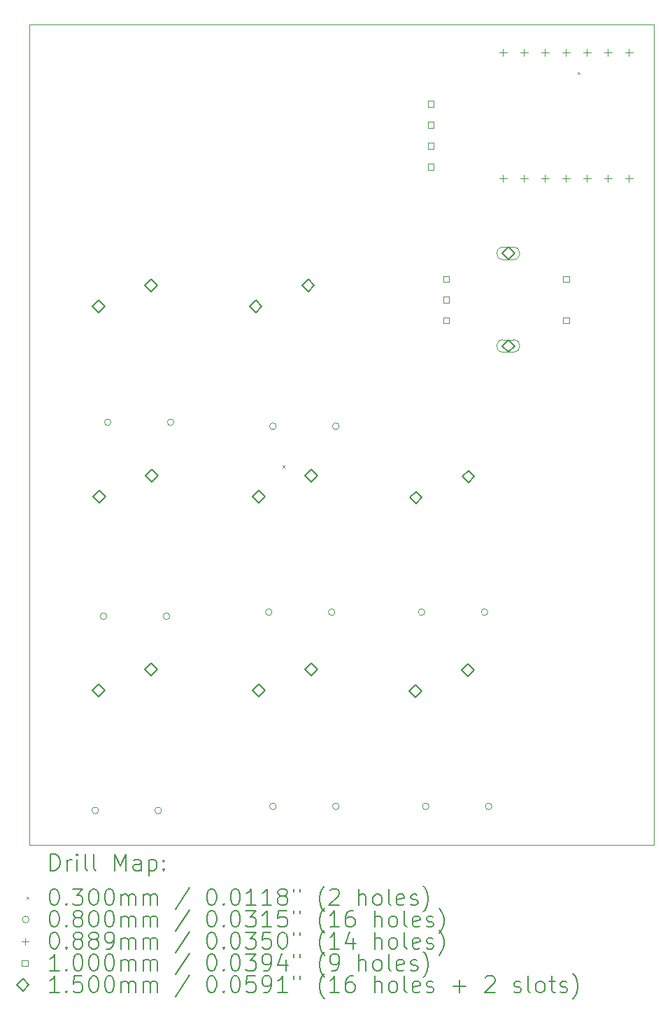
<source format=gbr>
%TF.GenerationSoftware,KiCad,Pcbnew,9.0.1*%
%TF.CreationDate,2025-06-18T17:33:09-04:00*%
%TF.ProjectId,chop up the soul kanye,63686f70-2075-4702-9074-686520736f75,rev?*%
%TF.SameCoordinates,Original*%
%TF.FileFunction,Drillmap*%
%TF.FilePolarity,Positive*%
%FSLAX45Y45*%
G04 Gerber Fmt 4.5, Leading zero omitted, Abs format (unit mm)*
G04 Created by KiCad (PCBNEW 9.0.1) date 2025-06-18 17:33:09*
%MOMM*%
%LPD*%
G01*
G04 APERTURE LIST*
%ADD10C,0.050000*%
%ADD11C,0.200000*%
%ADD12C,0.100000*%
%ADD13C,0.150000*%
G04 APERTURE END LIST*
D10*
X10968851Y-3936341D02*
X18531149Y-3936341D01*
X18531149Y-13863659D01*
X10968851Y-13863659D01*
X10968851Y-3936341D01*
D11*
D12*
X14034375Y-9271875D02*
X14064375Y-9301875D01*
X14064375Y-9271875D02*
X14034375Y-9301875D01*
X17606250Y-4509375D02*
X17636250Y-4539375D01*
X17636250Y-4509375D02*
X17606250Y-4539375D01*
X11809149Y-13450000D02*
G75*
G02*
X11729149Y-13450000I-40000J0D01*
G01*
X11729149Y-13450000D02*
G75*
G02*
X11809149Y-13450000I40000J0D01*
G01*
X11909149Y-11100000D02*
G75*
G02*
X11829149Y-11100000I-40000J0D01*
G01*
X11829149Y-11100000D02*
G75*
G02*
X11909149Y-11100000I40000J0D01*
G01*
X11959149Y-8750000D02*
G75*
G02*
X11879149Y-8750000I-40000J0D01*
G01*
X11879149Y-8750000D02*
G75*
G02*
X11959149Y-8750000I40000J0D01*
G01*
X12571149Y-13450000D02*
G75*
G02*
X12491149Y-13450000I-40000J0D01*
G01*
X12491149Y-13450000D02*
G75*
G02*
X12571149Y-13450000I40000J0D01*
G01*
X12671149Y-11100000D02*
G75*
G02*
X12591149Y-11100000I-40000J0D01*
G01*
X12591149Y-11100000D02*
G75*
G02*
X12671149Y-11100000I40000J0D01*
G01*
X12721149Y-8750000D02*
G75*
G02*
X12641149Y-8750000I-40000J0D01*
G01*
X12641149Y-8750000D02*
G75*
G02*
X12721149Y-8750000I40000J0D01*
G01*
X13909149Y-11050000D02*
G75*
G02*
X13829149Y-11050000I-40000J0D01*
G01*
X13829149Y-11050000D02*
G75*
G02*
X13909149Y-11050000I40000J0D01*
G01*
X13959149Y-8800000D02*
G75*
G02*
X13879149Y-8800000I-40000J0D01*
G01*
X13879149Y-8800000D02*
G75*
G02*
X13959149Y-8800000I40000J0D01*
G01*
X13959149Y-13400000D02*
G75*
G02*
X13879149Y-13400000I-40000J0D01*
G01*
X13879149Y-13400000D02*
G75*
G02*
X13959149Y-13400000I40000J0D01*
G01*
X14671149Y-11050000D02*
G75*
G02*
X14591149Y-11050000I-40000J0D01*
G01*
X14591149Y-11050000D02*
G75*
G02*
X14671149Y-11050000I40000J0D01*
G01*
X14721149Y-8800000D02*
G75*
G02*
X14641149Y-8800000I-40000J0D01*
G01*
X14641149Y-8800000D02*
G75*
G02*
X14721149Y-8800000I40000J0D01*
G01*
X14721149Y-13400000D02*
G75*
G02*
X14641149Y-13400000I-40000J0D01*
G01*
X14641149Y-13400000D02*
G75*
G02*
X14721149Y-13400000I40000J0D01*
G01*
X15759149Y-11050000D02*
G75*
G02*
X15679149Y-11050000I-40000J0D01*
G01*
X15679149Y-11050000D02*
G75*
G02*
X15759149Y-11050000I40000J0D01*
G01*
X15809149Y-13400000D02*
G75*
G02*
X15729149Y-13400000I-40000J0D01*
G01*
X15729149Y-13400000D02*
G75*
G02*
X15809149Y-13400000I40000J0D01*
G01*
X16521149Y-11050000D02*
G75*
G02*
X16441149Y-11050000I-40000J0D01*
G01*
X16441149Y-11050000D02*
G75*
G02*
X16521149Y-11050000I40000J0D01*
G01*
X16571149Y-13400000D02*
G75*
G02*
X16491149Y-13400000I-40000J0D01*
G01*
X16491149Y-13400000D02*
G75*
G02*
X16571149Y-13400000I40000J0D01*
G01*
X16707149Y-4231550D02*
X16707149Y-4320450D01*
X16662699Y-4276000D02*
X16751599Y-4276000D01*
X16707149Y-5755550D02*
X16707149Y-5844450D01*
X16662699Y-5800000D02*
X16751599Y-5800000D01*
X16961149Y-4231550D02*
X16961149Y-4320450D01*
X16916699Y-4276000D02*
X17005599Y-4276000D01*
X16961149Y-5755550D02*
X16961149Y-5844450D01*
X16916699Y-5800000D02*
X17005599Y-5800000D01*
X17215149Y-4231550D02*
X17215149Y-4320450D01*
X17170699Y-4276000D02*
X17259599Y-4276000D01*
X17215149Y-5755550D02*
X17215149Y-5844450D01*
X17170699Y-5800000D02*
X17259599Y-5800000D01*
X17469149Y-4231550D02*
X17469149Y-4320450D01*
X17424699Y-4276000D02*
X17513599Y-4276000D01*
X17469149Y-5755550D02*
X17469149Y-5844450D01*
X17424699Y-5800000D02*
X17513599Y-5800000D01*
X17723149Y-4231550D02*
X17723149Y-4320450D01*
X17678699Y-4276000D02*
X17767599Y-4276000D01*
X17723149Y-5755550D02*
X17723149Y-5844450D01*
X17678699Y-5800000D02*
X17767599Y-5800000D01*
X17977149Y-4231550D02*
X17977149Y-4320450D01*
X17932699Y-4276000D02*
X18021599Y-4276000D01*
X17977149Y-5755550D02*
X17977149Y-5844450D01*
X17932699Y-5800000D02*
X18021599Y-5800000D01*
X18231149Y-4231550D02*
X18231149Y-4320450D01*
X18186699Y-4276000D02*
X18275599Y-4276000D01*
X18231149Y-5755550D02*
X18231149Y-5844450D01*
X18186699Y-5800000D02*
X18275599Y-5800000D01*
X15866504Y-4931356D02*
X15866504Y-4860644D01*
X15795793Y-4860644D01*
X15795793Y-4931356D01*
X15866504Y-4931356D01*
X15866504Y-5185356D02*
X15866504Y-5114644D01*
X15795793Y-5114644D01*
X15795793Y-5185356D01*
X15866504Y-5185356D01*
X15866504Y-5439356D02*
X15866504Y-5368644D01*
X15795793Y-5368644D01*
X15795793Y-5439356D01*
X15866504Y-5439356D01*
X15866504Y-5693356D02*
X15866504Y-5622644D01*
X15795793Y-5622644D01*
X15795793Y-5693356D01*
X15866504Y-5693356D01*
X16054004Y-7052356D02*
X16054004Y-6981644D01*
X15983293Y-6981644D01*
X15983293Y-7052356D01*
X16054004Y-7052356D01*
X16054004Y-7302356D02*
X16054004Y-7231644D01*
X15983293Y-7231644D01*
X15983293Y-7302356D01*
X16054004Y-7302356D01*
X16054004Y-7552356D02*
X16054004Y-7481644D01*
X15983293Y-7481644D01*
X15983293Y-7552356D01*
X16054004Y-7552356D01*
X17504004Y-7052356D02*
X17504004Y-6981644D01*
X17433293Y-6981644D01*
X17433293Y-7052356D01*
X17504004Y-7052356D01*
X17504004Y-7552356D02*
X17504004Y-7481644D01*
X17433293Y-7481644D01*
X17433293Y-7552356D01*
X17504004Y-7552356D01*
D13*
X11811149Y-7421000D02*
X11886149Y-7346000D01*
X11811149Y-7271000D01*
X11736149Y-7346000D01*
X11811149Y-7421000D01*
X11811149Y-12071000D02*
X11886149Y-11996000D01*
X11811149Y-11921000D01*
X11736149Y-11996000D01*
X11811149Y-12071000D01*
X11815149Y-9729000D02*
X11890149Y-9654000D01*
X11815149Y-9579000D01*
X11740149Y-9654000D01*
X11815149Y-9729000D01*
X12446149Y-7167000D02*
X12521149Y-7092000D01*
X12446149Y-7017000D01*
X12371149Y-7092000D01*
X12446149Y-7167000D01*
X12446149Y-11817000D02*
X12521149Y-11742000D01*
X12446149Y-11667000D01*
X12371149Y-11742000D01*
X12446149Y-11817000D01*
X12450149Y-9475000D02*
X12525149Y-9400000D01*
X12450149Y-9325000D01*
X12375149Y-9400000D01*
X12450149Y-9475000D01*
X13711149Y-7421000D02*
X13786149Y-7346000D01*
X13711149Y-7271000D01*
X13636149Y-7346000D01*
X13711149Y-7421000D01*
X13746149Y-12071000D02*
X13821149Y-11996000D01*
X13746149Y-11921000D01*
X13671149Y-11996000D01*
X13746149Y-12071000D01*
X13750149Y-9729000D02*
X13825149Y-9654000D01*
X13750149Y-9579000D01*
X13675149Y-9654000D01*
X13750149Y-9729000D01*
X14346149Y-7167000D02*
X14421149Y-7092000D01*
X14346149Y-7017000D01*
X14271149Y-7092000D01*
X14346149Y-7167000D01*
X14381149Y-11817000D02*
X14456149Y-11742000D01*
X14381149Y-11667000D01*
X14306149Y-11742000D01*
X14381149Y-11817000D01*
X14385149Y-9475000D02*
X14460149Y-9400000D01*
X14385149Y-9325000D01*
X14310149Y-9400000D01*
X14385149Y-9475000D01*
X15646149Y-12080000D02*
X15721149Y-12005000D01*
X15646149Y-11930000D01*
X15571149Y-12005000D01*
X15646149Y-12080000D01*
X15650149Y-9738000D02*
X15725149Y-9663000D01*
X15650149Y-9588000D01*
X15575149Y-9663000D01*
X15650149Y-9738000D01*
X16281149Y-11826000D02*
X16356149Y-11751000D01*
X16281149Y-11676000D01*
X16206149Y-11751000D01*
X16281149Y-11826000D01*
X16285149Y-9484000D02*
X16360149Y-9409000D01*
X16285149Y-9334000D01*
X16210149Y-9409000D01*
X16285149Y-9484000D01*
X16768649Y-6782000D02*
X16843649Y-6707000D01*
X16768649Y-6632000D01*
X16693649Y-6707000D01*
X16768649Y-6782000D01*
D12*
X16703649Y-6782000D02*
X16833649Y-6782000D01*
X16833649Y-6632000D02*
G75*
G02*
X16833649Y-6782000I0J-75000D01*
G01*
X16833649Y-6632000D02*
X16703649Y-6632000D01*
X16703649Y-6632000D02*
G75*
G03*
X16703649Y-6782000I0J-75000D01*
G01*
D13*
X16768649Y-7902000D02*
X16843649Y-7827000D01*
X16768649Y-7752000D01*
X16693649Y-7827000D01*
X16768649Y-7902000D01*
D12*
X16703649Y-7902000D02*
X16833649Y-7902000D01*
X16833649Y-7752000D02*
G75*
G02*
X16833649Y-7902000I0J-75000D01*
G01*
X16833649Y-7752000D02*
X16703649Y-7752000D01*
X16703649Y-7752000D02*
G75*
G03*
X16703649Y-7902000I0J-75000D01*
G01*
D11*
X11227128Y-14177643D02*
X11227128Y-13977643D01*
X11227128Y-13977643D02*
X11274747Y-13977643D01*
X11274747Y-13977643D02*
X11303319Y-13987166D01*
X11303319Y-13987166D02*
X11322366Y-14006214D01*
X11322366Y-14006214D02*
X11331890Y-14025262D01*
X11331890Y-14025262D02*
X11341414Y-14063357D01*
X11341414Y-14063357D02*
X11341414Y-14091928D01*
X11341414Y-14091928D02*
X11331890Y-14130023D01*
X11331890Y-14130023D02*
X11322366Y-14149071D01*
X11322366Y-14149071D02*
X11303319Y-14168119D01*
X11303319Y-14168119D02*
X11274747Y-14177643D01*
X11274747Y-14177643D02*
X11227128Y-14177643D01*
X11427128Y-14177643D02*
X11427128Y-14044309D01*
X11427128Y-14082404D02*
X11436652Y-14063357D01*
X11436652Y-14063357D02*
X11446176Y-14053833D01*
X11446176Y-14053833D02*
X11465223Y-14044309D01*
X11465223Y-14044309D02*
X11484271Y-14044309D01*
X11550938Y-14177643D02*
X11550938Y-14044309D01*
X11550938Y-13977643D02*
X11541414Y-13987166D01*
X11541414Y-13987166D02*
X11550938Y-13996690D01*
X11550938Y-13996690D02*
X11560461Y-13987166D01*
X11560461Y-13987166D02*
X11550938Y-13977643D01*
X11550938Y-13977643D02*
X11550938Y-13996690D01*
X11674747Y-14177643D02*
X11655700Y-14168119D01*
X11655700Y-14168119D02*
X11646176Y-14149071D01*
X11646176Y-14149071D02*
X11646176Y-13977643D01*
X11779509Y-14177643D02*
X11760461Y-14168119D01*
X11760461Y-14168119D02*
X11750938Y-14149071D01*
X11750938Y-14149071D02*
X11750938Y-13977643D01*
X12008081Y-14177643D02*
X12008081Y-13977643D01*
X12008081Y-13977643D02*
X12074747Y-14120500D01*
X12074747Y-14120500D02*
X12141414Y-13977643D01*
X12141414Y-13977643D02*
X12141414Y-14177643D01*
X12322366Y-14177643D02*
X12322366Y-14072881D01*
X12322366Y-14072881D02*
X12312842Y-14053833D01*
X12312842Y-14053833D02*
X12293795Y-14044309D01*
X12293795Y-14044309D02*
X12255700Y-14044309D01*
X12255700Y-14044309D02*
X12236652Y-14053833D01*
X12322366Y-14168119D02*
X12303319Y-14177643D01*
X12303319Y-14177643D02*
X12255700Y-14177643D01*
X12255700Y-14177643D02*
X12236652Y-14168119D01*
X12236652Y-14168119D02*
X12227128Y-14149071D01*
X12227128Y-14149071D02*
X12227128Y-14130023D01*
X12227128Y-14130023D02*
X12236652Y-14110976D01*
X12236652Y-14110976D02*
X12255700Y-14101452D01*
X12255700Y-14101452D02*
X12303319Y-14101452D01*
X12303319Y-14101452D02*
X12322366Y-14091928D01*
X12417604Y-14044309D02*
X12417604Y-14244309D01*
X12417604Y-14053833D02*
X12436652Y-14044309D01*
X12436652Y-14044309D02*
X12474747Y-14044309D01*
X12474747Y-14044309D02*
X12493795Y-14053833D01*
X12493795Y-14053833D02*
X12503319Y-14063357D01*
X12503319Y-14063357D02*
X12512842Y-14082404D01*
X12512842Y-14082404D02*
X12512842Y-14139547D01*
X12512842Y-14139547D02*
X12503319Y-14158595D01*
X12503319Y-14158595D02*
X12493795Y-14168119D01*
X12493795Y-14168119D02*
X12474747Y-14177643D01*
X12474747Y-14177643D02*
X12436652Y-14177643D01*
X12436652Y-14177643D02*
X12417604Y-14168119D01*
X12598557Y-14158595D02*
X12608081Y-14168119D01*
X12608081Y-14168119D02*
X12598557Y-14177643D01*
X12598557Y-14177643D02*
X12589033Y-14168119D01*
X12589033Y-14168119D02*
X12598557Y-14158595D01*
X12598557Y-14158595D02*
X12598557Y-14177643D01*
X12598557Y-14053833D02*
X12608081Y-14063357D01*
X12608081Y-14063357D02*
X12598557Y-14072881D01*
X12598557Y-14072881D02*
X12589033Y-14063357D01*
X12589033Y-14063357D02*
X12598557Y-14053833D01*
X12598557Y-14053833D02*
X12598557Y-14072881D01*
D12*
X10936351Y-14491159D02*
X10966351Y-14521159D01*
X10966351Y-14491159D02*
X10936351Y-14521159D01*
D11*
X11265223Y-14397643D02*
X11284271Y-14397643D01*
X11284271Y-14397643D02*
X11303319Y-14407166D01*
X11303319Y-14407166D02*
X11312842Y-14416690D01*
X11312842Y-14416690D02*
X11322366Y-14435738D01*
X11322366Y-14435738D02*
X11331890Y-14473833D01*
X11331890Y-14473833D02*
X11331890Y-14521452D01*
X11331890Y-14521452D02*
X11322366Y-14559547D01*
X11322366Y-14559547D02*
X11312842Y-14578595D01*
X11312842Y-14578595D02*
X11303319Y-14588119D01*
X11303319Y-14588119D02*
X11284271Y-14597643D01*
X11284271Y-14597643D02*
X11265223Y-14597643D01*
X11265223Y-14597643D02*
X11246176Y-14588119D01*
X11246176Y-14588119D02*
X11236652Y-14578595D01*
X11236652Y-14578595D02*
X11227128Y-14559547D01*
X11227128Y-14559547D02*
X11217604Y-14521452D01*
X11217604Y-14521452D02*
X11217604Y-14473833D01*
X11217604Y-14473833D02*
X11227128Y-14435738D01*
X11227128Y-14435738D02*
X11236652Y-14416690D01*
X11236652Y-14416690D02*
X11246176Y-14407166D01*
X11246176Y-14407166D02*
X11265223Y-14397643D01*
X11417604Y-14578595D02*
X11427128Y-14588119D01*
X11427128Y-14588119D02*
X11417604Y-14597643D01*
X11417604Y-14597643D02*
X11408081Y-14588119D01*
X11408081Y-14588119D02*
X11417604Y-14578595D01*
X11417604Y-14578595D02*
X11417604Y-14597643D01*
X11493795Y-14397643D02*
X11617604Y-14397643D01*
X11617604Y-14397643D02*
X11550938Y-14473833D01*
X11550938Y-14473833D02*
X11579509Y-14473833D01*
X11579509Y-14473833D02*
X11598557Y-14483357D01*
X11598557Y-14483357D02*
X11608081Y-14492881D01*
X11608081Y-14492881D02*
X11617604Y-14511928D01*
X11617604Y-14511928D02*
X11617604Y-14559547D01*
X11617604Y-14559547D02*
X11608081Y-14578595D01*
X11608081Y-14578595D02*
X11598557Y-14588119D01*
X11598557Y-14588119D02*
X11579509Y-14597643D01*
X11579509Y-14597643D02*
X11522366Y-14597643D01*
X11522366Y-14597643D02*
X11503319Y-14588119D01*
X11503319Y-14588119D02*
X11493795Y-14578595D01*
X11741414Y-14397643D02*
X11760462Y-14397643D01*
X11760462Y-14397643D02*
X11779509Y-14407166D01*
X11779509Y-14407166D02*
X11789033Y-14416690D01*
X11789033Y-14416690D02*
X11798557Y-14435738D01*
X11798557Y-14435738D02*
X11808081Y-14473833D01*
X11808081Y-14473833D02*
X11808081Y-14521452D01*
X11808081Y-14521452D02*
X11798557Y-14559547D01*
X11798557Y-14559547D02*
X11789033Y-14578595D01*
X11789033Y-14578595D02*
X11779509Y-14588119D01*
X11779509Y-14588119D02*
X11760462Y-14597643D01*
X11760462Y-14597643D02*
X11741414Y-14597643D01*
X11741414Y-14597643D02*
X11722366Y-14588119D01*
X11722366Y-14588119D02*
X11712842Y-14578595D01*
X11712842Y-14578595D02*
X11703319Y-14559547D01*
X11703319Y-14559547D02*
X11693795Y-14521452D01*
X11693795Y-14521452D02*
X11693795Y-14473833D01*
X11693795Y-14473833D02*
X11703319Y-14435738D01*
X11703319Y-14435738D02*
X11712842Y-14416690D01*
X11712842Y-14416690D02*
X11722366Y-14407166D01*
X11722366Y-14407166D02*
X11741414Y-14397643D01*
X11931890Y-14397643D02*
X11950938Y-14397643D01*
X11950938Y-14397643D02*
X11969985Y-14407166D01*
X11969985Y-14407166D02*
X11979509Y-14416690D01*
X11979509Y-14416690D02*
X11989033Y-14435738D01*
X11989033Y-14435738D02*
X11998557Y-14473833D01*
X11998557Y-14473833D02*
X11998557Y-14521452D01*
X11998557Y-14521452D02*
X11989033Y-14559547D01*
X11989033Y-14559547D02*
X11979509Y-14578595D01*
X11979509Y-14578595D02*
X11969985Y-14588119D01*
X11969985Y-14588119D02*
X11950938Y-14597643D01*
X11950938Y-14597643D02*
X11931890Y-14597643D01*
X11931890Y-14597643D02*
X11912842Y-14588119D01*
X11912842Y-14588119D02*
X11903319Y-14578595D01*
X11903319Y-14578595D02*
X11893795Y-14559547D01*
X11893795Y-14559547D02*
X11884271Y-14521452D01*
X11884271Y-14521452D02*
X11884271Y-14473833D01*
X11884271Y-14473833D02*
X11893795Y-14435738D01*
X11893795Y-14435738D02*
X11903319Y-14416690D01*
X11903319Y-14416690D02*
X11912842Y-14407166D01*
X11912842Y-14407166D02*
X11931890Y-14397643D01*
X12084271Y-14597643D02*
X12084271Y-14464309D01*
X12084271Y-14483357D02*
X12093795Y-14473833D01*
X12093795Y-14473833D02*
X12112842Y-14464309D01*
X12112842Y-14464309D02*
X12141414Y-14464309D01*
X12141414Y-14464309D02*
X12160462Y-14473833D01*
X12160462Y-14473833D02*
X12169985Y-14492881D01*
X12169985Y-14492881D02*
X12169985Y-14597643D01*
X12169985Y-14492881D02*
X12179509Y-14473833D01*
X12179509Y-14473833D02*
X12198557Y-14464309D01*
X12198557Y-14464309D02*
X12227128Y-14464309D01*
X12227128Y-14464309D02*
X12246176Y-14473833D01*
X12246176Y-14473833D02*
X12255700Y-14492881D01*
X12255700Y-14492881D02*
X12255700Y-14597643D01*
X12350938Y-14597643D02*
X12350938Y-14464309D01*
X12350938Y-14483357D02*
X12360462Y-14473833D01*
X12360462Y-14473833D02*
X12379509Y-14464309D01*
X12379509Y-14464309D02*
X12408081Y-14464309D01*
X12408081Y-14464309D02*
X12427128Y-14473833D01*
X12427128Y-14473833D02*
X12436652Y-14492881D01*
X12436652Y-14492881D02*
X12436652Y-14597643D01*
X12436652Y-14492881D02*
X12446176Y-14473833D01*
X12446176Y-14473833D02*
X12465223Y-14464309D01*
X12465223Y-14464309D02*
X12493795Y-14464309D01*
X12493795Y-14464309D02*
X12512843Y-14473833D01*
X12512843Y-14473833D02*
X12522366Y-14492881D01*
X12522366Y-14492881D02*
X12522366Y-14597643D01*
X12912843Y-14388119D02*
X12741414Y-14645262D01*
X13169985Y-14397643D02*
X13189033Y-14397643D01*
X13189033Y-14397643D02*
X13208081Y-14407166D01*
X13208081Y-14407166D02*
X13217605Y-14416690D01*
X13217605Y-14416690D02*
X13227128Y-14435738D01*
X13227128Y-14435738D02*
X13236652Y-14473833D01*
X13236652Y-14473833D02*
X13236652Y-14521452D01*
X13236652Y-14521452D02*
X13227128Y-14559547D01*
X13227128Y-14559547D02*
X13217605Y-14578595D01*
X13217605Y-14578595D02*
X13208081Y-14588119D01*
X13208081Y-14588119D02*
X13189033Y-14597643D01*
X13189033Y-14597643D02*
X13169985Y-14597643D01*
X13169985Y-14597643D02*
X13150938Y-14588119D01*
X13150938Y-14588119D02*
X13141414Y-14578595D01*
X13141414Y-14578595D02*
X13131890Y-14559547D01*
X13131890Y-14559547D02*
X13122366Y-14521452D01*
X13122366Y-14521452D02*
X13122366Y-14473833D01*
X13122366Y-14473833D02*
X13131890Y-14435738D01*
X13131890Y-14435738D02*
X13141414Y-14416690D01*
X13141414Y-14416690D02*
X13150938Y-14407166D01*
X13150938Y-14407166D02*
X13169985Y-14397643D01*
X13322366Y-14578595D02*
X13331890Y-14588119D01*
X13331890Y-14588119D02*
X13322366Y-14597643D01*
X13322366Y-14597643D02*
X13312843Y-14588119D01*
X13312843Y-14588119D02*
X13322366Y-14578595D01*
X13322366Y-14578595D02*
X13322366Y-14597643D01*
X13455700Y-14397643D02*
X13474747Y-14397643D01*
X13474747Y-14397643D02*
X13493795Y-14407166D01*
X13493795Y-14407166D02*
X13503319Y-14416690D01*
X13503319Y-14416690D02*
X13512843Y-14435738D01*
X13512843Y-14435738D02*
X13522366Y-14473833D01*
X13522366Y-14473833D02*
X13522366Y-14521452D01*
X13522366Y-14521452D02*
X13512843Y-14559547D01*
X13512843Y-14559547D02*
X13503319Y-14578595D01*
X13503319Y-14578595D02*
X13493795Y-14588119D01*
X13493795Y-14588119D02*
X13474747Y-14597643D01*
X13474747Y-14597643D02*
X13455700Y-14597643D01*
X13455700Y-14597643D02*
X13436652Y-14588119D01*
X13436652Y-14588119D02*
X13427128Y-14578595D01*
X13427128Y-14578595D02*
X13417605Y-14559547D01*
X13417605Y-14559547D02*
X13408081Y-14521452D01*
X13408081Y-14521452D02*
X13408081Y-14473833D01*
X13408081Y-14473833D02*
X13417605Y-14435738D01*
X13417605Y-14435738D02*
X13427128Y-14416690D01*
X13427128Y-14416690D02*
X13436652Y-14407166D01*
X13436652Y-14407166D02*
X13455700Y-14397643D01*
X13712843Y-14597643D02*
X13598557Y-14597643D01*
X13655700Y-14597643D02*
X13655700Y-14397643D01*
X13655700Y-14397643D02*
X13636652Y-14426214D01*
X13636652Y-14426214D02*
X13617605Y-14445262D01*
X13617605Y-14445262D02*
X13598557Y-14454785D01*
X13903319Y-14597643D02*
X13789033Y-14597643D01*
X13846176Y-14597643D02*
X13846176Y-14397643D01*
X13846176Y-14397643D02*
X13827128Y-14426214D01*
X13827128Y-14426214D02*
X13808081Y-14445262D01*
X13808081Y-14445262D02*
X13789033Y-14454785D01*
X14017605Y-14483357D02*
X13998557Y-14473833D01*
X13998557Y-14473833D02*
X13989033Y-14464309D01*
X13989033Y-14464309D02*
X13979509Y-14445262D01*
X13979509Y-14445262D02*
X13979509Y-14435738D01*
X13979509Y-14435738D02*
X13989033Y-14416690D01*
X13989033Y-14416690D02*
X13998557Y-14407166D01*
X13998557Y-14407166D02*
X14017605Y-14397643D01*
X14017605Y-14397643D02*
X14055700Y-14397643D01*
X14055700Y-14397643D02*
X14074747Y-14407166D01*
X14074747Y-14407166D02*
X14084271Y-14416690D01*
X14084271Y-14416690D02*
X14093795Y-14435738D01*
X14093795Y-14435738D02*
X14093795Y-14445262D01*
X14093795Y-14445262D02*
X14084271Y-14464309D01*
X14084271Y-14464309D02*
X14074747Y-14473833D01*
X14074747Y-14473833D02*
X14055700Y-14483357D01*
X14055700Y-14483357D02*
X14017605Y-14483357D01*
X14017605Y-14483357D02*
X13998557Y-14492881D01*
X13998557Y-14492881D02*
X13989033Y-14502404D01*
X13989033Y-14502404D02*
X13979509Y-14521452D01*
X13979509Y-14521452D02*
X13979509Y-14559547D01*
X13979509Y-14559547D02*
X13989033Y-14578595D01*
X13989033Y-14578595D02*
X13998557Y-14588119D01*
X13998557Y-14588119D02*
X14017605Y-14597643D01*
X14017605Y-14597643D02*
X14055700Y-14597643D01*
X14055700Y-14597643D02*
X14074747Y-14588119D01*
X14074747Y-14588119D02*
X14084271Y-14578595D01*
X14084271Y-14578595D02*
X14093795Y-14559547D01*
X14093795Y-14559547D02*
X14093795Y-14521452D01*
X14093795Y-14521452D02*
X14084271Y-14502404D01*
X14084271Y-14502404D02*
X14074747Y-14492881D01*
X14074747Y-14492881D02*
X14055700Y-14483357D01*
X14169986Y-14397643D02*
X14169986Y-14435738D01*
X14246176Y-14397643D02*
X14246176Y-14435738D01*
X14541414Y-14673833D02*
X14531890Y-14664309D01*
X14531890Y-14664309D02*
X14512843Y-14635738D01*
X14512843Y-14635738D02*
X14503319Y-14616690D01*
X14503319Y-14616690D02*
X14493795Y-14588119D01*
X14493795Y-14588119D02*
X14484271Y-14540500D01*
X14484271Y-14540500D02*
X14484271Y-14502404D01*
X14484271Y-14502404D02*
X14493795Y-14454785D01*
X14493795Y-14454785D02*
X14503319Y-14426214D01*
X14503319Y-14426214D02*
X14512843Y-14407166D01*
X14512843Y-14407166D02*
X14531890Y-14378595D01*
X14531890Y-14378595D02*
X14541414Y-14369071D01*
X14608081Y-14416690D02*
X14617605Y-14407166D01*
X14617605Y-14407166D02*
X14636652Y-14397643D01*
X14636652Y-14397643D02*
X14684271Y-14397643D01*
X14684271Y-14397643D02*
X14703319Y-14407166D01*
X14703319Y-14407166D02*
X14712843Y-14416690D01*
X14712843Y-14416690D02*
X14722367Y-14435738D01*
X14722367Y-14435738D02*
X14722367Y-14454785D01*
X14722367Y-14454785D02*
X14712843Y-14483357D01*
X14712843Y-14483357D02*
X14598557Y-14597643D01*
X14598557Y-14597643D02*
X14722367Y-14597643D01*
X14960462Y-14597643D02*
X14960462Y-14397643D01*
X15046176Y-14597643D02*
X15046176Y-14492881D01*
X15046176Y-14492881D02*
X15036652Y-14473833D01*
X15036652Y-14473833D02*
X15017605Y-14464309D01*
X15017605Y-14464309D02*
X14989033Y-14464309D01*
X14989033Y-14464309D02*
X14969986Y-14473833D01*
X14969986Y-14473833D02*
X14960462Y-14483357D01*
X15169986Y-14597643D02*
X15150938Y-14588119D01*
X15150938Y-14588119D02*
X15141414Y-14578595D01*
X15141414Y-14578595D02*
X15131890Y-14559547D01*
X15131890Y-14559547D02*
X15131890Y-14502404D01*
X15131890Y-14502404D02*
X15141414Y-14483357D01*
X15141414Y-14483357D02*
X15150938Y-14473833D01*
X15150938Y-14473833D02*
X15169986Y-14464309D01*
X15169986Y-14464309D02*
X15198557Y-14464309D01*
X15198557Y-14464309D02*
X15217605Y-14473833D01*
X15217605Y-14473833D02*
X15227129Y-14483357D01*
X15227129Y-14483357D02*
X15236652Y-14502404D01*
X15236652Y-14502404D02*
X15236652Y-14559547D01*
X15236652Y-14559547D02*
X15227129Y-14578595D01*
X15227129Y-14578595D02*
X15217605Y-14588119D01*
X15217605Y-14588119D02*
X15198557Y-14597643D01*
X15198557Y-14597643D02*
X15169986Y-14597643D01*
X15350938Y-14597643D02*
X15331890Y-14588119D01*
X15331890Y-14588119D02*
X15322367Y-14569071D01*
X15322367Y-14569071D02*
X15322367Y-14397643D01*
X15503319Y-14588119D02*
X15484271Y-14597643D01*
X15484271Y-14597643D02*
X15446176Y-14597643D01*
X15446176Y-14597643D02*
X15427129Y-14588119D01*
X15427129Y-14588119D02*
X15417605Y-14569071D01*
X15417605Y-14569071D02*
X15417605Y-14492881D01*
X15417605Y-14492881D02*
X15427129Y-14473833D01*
X15427129Y-14473833D02*
X15446176Y-14464309D01*
X15446176Y-14464309D02*
X15484271Y-14464309D01*
X15484271Y-14464309D02*
X15503319Y-14473833D01*
X15503319Y-14473833D02*
X15512843Y-14492881D01*
X15512843Y-14492881D02*
X15512843Y-14511928D01*
X15512843Y-14511928D02*
X15417605Y-14530976D01*
X15589033Y-14588119D02*
X15608081Y-14597643D01*
X15608081Y-14597643D02*
X15646176Y-14597643D01*
X15646176Y-14597643D02*
X15665224Y-14588119D01*
X15665224Y-14588119D02*
X15674748Y-14569071D01*
X15674748Y-14569071D02*
X15674748Y-14559547D01*
X15674748Y-14559547D02*
X15665224Y-14540500D01*
X15665224Y-14540500D02*
X15646176Y-14530976D01*
X15646176Y-14530976D02*
X15617605Y-14530976D01*
X15617605Y-14530976D02*
X15598557Y-14521452D01*
X15598557Y-14521452D02*
X15589033Y-14502404D01*
X15589033Y-14502404D02*
X15589033Y-14492881D01*
X15589033Y-14492881D02*
X15598557Y-14473833D01*
X15598557Y-14473833D02*
X15617605Y-14464309D01*
X15617605Y-14464309D02*
X15646176Y-14464309D01*
X15646176Y-14464309D02*
X15665224Y-14473833D01*
X15741414Y-14673833D02*
X15750938Y-14664309D01*
X15750938Y-14664309D02*
X15769986Y-14635738D01*
X15769986Y-14635738D02*
X15779510Y-14616690D01*
X15779510Y-14616690D02*
X15789033Y-14588119D01*
X15789033Y-14588119D02*
X15798557Y-14540500D01*
X15798557Y-14540500D02*
X15798557Y-14502404D01*
X15798557Y-14502404D02*
X15789033Y-14454785D01*
X15789033Y-14454785D02*
X15779510Y-14426214D01*
X15779510Y-14426214D02*
X15769986Y-14407166D01*
X15769986Y-14407166D02*
X15750938Y-14378595D01*
X15750938Y-14378595D02*
X15741414Y-14369071D01*
D12*
X10966351Y-14770159D02*
G75*
G02*
X10886351Y-14770159I-40000J0D01*
G01*
X10886351Y-14770159D02*
G75*
G02*
X10966351Y-14770159I40000J0D01*
G01*
D11*
X11265223Y-14661643D02*
X11284271Y-14661643D01*
X11284271Y-14661643D02*
X11303319Y-14671166D01*
X11303319Y-14671166D02*
X11312842Y-14680690D01*
X11312842Y-14680690D02*
X11322366Y-14699738D01*
X11322366Y-14699738D02*
X11331890Y-14737833D01*
X11331890Y-14737833D02*
X11331890Y-14785452D01*
X11331890Y-14785452D02*
X11322366Y-14823547D01*
X11322366Y-14823547D02*
X11312842Y-14842595D01*
X11312842Y-14842595D02*
X11303319Y-14852119D01*
X11303319Y-14852119D02*
X11284271Y-14861643D01*
X11284271Y-14861643D02*
X11265223Y-14861643D01*
X11265223Y-14861643D02*
X11246176Y-14852119D01*
X11246176Y-14852119D02*
X11236652Y-14842595D01*
X11236652Y-14842595D02*
X11227128Y-14823547D01*
X11227128Y-14823547D02*
X11217604Y-14785452D01*
X11217604Y-14785452D02*
X11217604Y-14737833D01*
X11217604Y-14737833D02*
X11227128Y-14699738D01*
X11227128Y-14699738D02*
X11236652Y-14680690D01*
X11236652Y-14680690D02*
X11246176Y-14671166D01*
X11246176Y-14671166D02*
X11265223Y-14661643D01*
X11417604Y-14842595D02*
X11427128Y-14852119D01*
X11427128Y-14852119D02*
X11417604Y-14861643D01*
X11417604Y-14861643D02*
X11408081Y-14852119D01*
X11408081Y-14852119D02*
X11417604Y-14842595D01*
X11417604Y-14842595D02*
X11417604Y-14861643D01*
X11541414Y-14747357D02*
X11522366Y-14737833D01*
X11522366Y-14737833D02*
X11512842Y-14728309D01*
X11512842Y-14728309D02*
X11503319Y-14709262D01*
X11503319Y-14709262D02*
X11503319Y-14699738D01*
X11503319Y-14699738D02*
X11512842Y-14680690D01*
X11512842Y-14680690D02*
X11522366Y-14671166D01*
X11522366Y-14671166D02*
X11541414Y-14661643D01*
X11541414Y-14661643D02*
X11579509Y-14661643D01*
X11579509Y-14661643D02*
X11598557Y-14671166D01*
X11598557Y-14671166D02*
X11608081Y-14680690D01*
X11608081Y-14680690D02*
X11617604Y-14699738D01*
X11617604Y-14699738D02*
X11617604Y-14709262D01*
X11617604Y-14709262D02*
X11608081Y-14728309D01*
X11608081Y-14728309D02*
X11598557Y-14737833D01*
X11598557Y-14737833D02*
X11579509Y-14747357D01*
X11579509Y-14747357D02*
X11541414Y-14747357D01*
X11541414Y-14747357D02*
X11522366Y-14756881D01*
X11522366Y-14756881D02*
X11512842Y-14766404D01*
X11512842Y-14766404D02*
X11503319Y-14785452D01*
X11503319Y-14785452D02*
X11503319Y-14823547D01*
X11503319Y-14823547D02*
X11512842Y-14842595D01*
X11512842Y-14842595D02*
X11522366Y-14852119D01*
X11522366Y-14852119D02*
X11541414Y-14861643D01*
X11541414Y-14861643D02*
X11579509Y-14861643D01*
X11579509Y-14861643D02*
X11598557Y-14852119D01*
X11598557Y-14852119D02*
X11608081Y-14842595D01*
X11608081Y-14842595D02*
X11617604Y-14823547D01*
X11617604Y-14823547D02*
X11617604Y-14785452D01*
X11617604Y-14785452D02*
X11608081Y-14766404D01*
X11608081Y-14766404D02*
X11598557Y-14756881D01*
X11598557Y-14756881D02*
X11579509Y-14747357D01*
X11741414Y-14661643D02*
X11760462Y-14661643D01*
X11760462Y-14661643D02*
X11779509Y-14671166D01*
X11779509Y-14671166D02*
X11789033Y-14680690D01*
X11789033Y-14680690D02*
X11798557Y-14699738D01*
X11798557Y-14699738D02*
X11808081Y-14737833D01*
X11808081Y-14737833D02*
X11808081Y-14785452D01*
X11808081Y-14785452D02*
X11798557Y-14823547D01*
X11798557Y-14823547D02*
X11789033Y-14842595D01*
X11789033Y-14842595D02*
X11779509Y-14852119D01*
X11779509Y-14852119D02*
X11760462Y-14861643D01*
X11760462Y-14861643D02*
X11741414Y-14861643D01*
X11741414Y-14861643D02*
X11722366Y-14852119D01*
X11722366Y-14852119D02*
X11712842Y-14842595D01*
X11712842Y-14842595D02*
X11703319Y-14823547D01*
X11703319Y-14823547D02*
X11693795Y-14785452D01*
X11693795Y-14785452D02*
X11693795Y-14737833D01*
X11693795Y-14737833D02*
X11703319Y-14699738D01*
X11703319Y-14699738D02*
X11712842Y-14680690D01*
X11712842Y-14680690D02*
X11722366Y-14671166D01*
X11722366Y-14671166D02*
X11741414Y-14661643D01*
X11931890Y-14661643D02*
X11950938Y-14661643D01*
X11950938Y-14661643D02*
X11969985Y-14671166D01*
X11969985Y-14671166D02*
X11979509Y-14680690D01*
X11979509Y-14680690D02*
X11989033Y-14699738D01*
X11989033Y-14699738D02*
X11998557Y-14737833D01*
X11998557Y-14737833D02*
X11998557Y-14785452D01*
X11998557Y-14785452D02*
X11989033Y-14823547D01*
X11989033Y-14823547D02*
X11979509Y-14842595D01*
X11979509Y-14842595D02*
X11969985Y-14852119D01*
X11969985Y-14852119D02*
X11950938Y-14861643D01*
X11950938Y-14861643D02*
X11931890Y-14861643D01*
X11931890Y-14861643D02*
X11912842Y-14852119D01*
X11912842Y-14852119D02*
X11903319Y-14842595D01*
X11903319Y-14842595D02*
X11893795Y-14823547D01*
X11893795Y-14823547D02*
X11884271Y-14785452D01*
X11884271Y-14785452D02*
X11884271Y-14737833D01*
X11884271Y-14737833D02*
X11893795Y-14699738D01*
X11893795Y-14699738D02*
X11903319Y-14680690D01*
X11903319Y-14680690D02*
X11912842Y-14671166D01*
X11912842Y-14671166D02*
X11931890Y-14661643D01*
X12084271Y-14861643D02*
X12084271Y-14728309D01*
X12084271Y-14747357D02*
X12093795Y-14737833D01*
X12093795Y-14737833D02*
X12112842Y-14728309D01*
X12112842Y-14728309D02*
X12141414Y-14728309D01*
X12141414Y-14728309D02*
X12160462Y-14737833D01*
X12160462Y-14737833D02*
X12169985Y-14756881D01*
X12169985Y-14756881D02*
X12169985Y-14861643D01*
X12169985Y-14756881D02*
X12179509Y-14737833D01*
X12179509Y-14737833D02*
X12198557Y-14728309D01*
X12198557Y-14728309D02*
X12227128Y-14728309D01*
X12227128Y-14728309D02*
X12246176Y-14737833D01*
X12246176Y-14737833D02*
X12255700Y-14756881D01*
X12255700Y-14756881D02*
X12255700Y-14861643D01*
X12350938Y-14861643D02*
X12350938Y-14728309D01*
X12350938Y-14747357D02*
X12360462Y-14737833D01*
X12360462Y-14737833D02*
X12379509Y-14728309D01*
X12379509Y-14728309D02*
X12408081Y-14728309D01*
X12408081Y-14728309D02*
X12427128Y-14737833D01*
X12427128Y-14737833D02*
X12436652Y-14756881D01*
X12436652Y-14756881D02*
X12436652Y-14861643D01*
X12436652Y-14756881D02*
X12446176Y-14737833D01*
X12446176Y-14737833D02*
X12465223Y-14728309D01*
X12465223Y-14728309D02*
X12493795Y-14728309D01*
X12493795Y-14728309D02*
X12512843Y-14737833D01*
X12512843Y-14737833D02*
X12522366Y-14756881D01*
X12522366Y-14756881D02*
X12522366Y-14861643D01*
X12912843Y-14652119D02*
X12741414Y-14909262D01*
X13169985Y-14661643D02*
X13189033Y-14661643D01*
X13189033Y-14661643D02*
X13208081Y-14671166D01*
X13208081Y-14671166D02*
X13217605Y-14680690D01*
X13217605Y-14680690D02*
X13227128Y-14699738D01*
X13227128Y-14699738D02*
X13236652Y-14737833D01*
X13236652Y-14737833D02*
X13236652Y-14785452D01*
X13236652Y-14785452D02*
X13227128Y-14823547D01*
X13227128Y-14823547D02*
X13217605Y-14842595D01*
X13217605Y-14842595D02*
X13208081Y-14852119D01*
X13208081Y-14852119D02*
X13189033Y-14861643D01*
X13189033Y-14861643D02*
X13169985Y-14861643D01*
X13169985Y-14861643D02*
X13150938Y-14852119D01*
X13150938Y-14852119D02*
X13141414Y-14842595D01*
X13141414Y-14842595D02*
X13131890Y-14823547D01*
X13131890Y-14823547D02*
X13122366Y-14785452D01*
X13122366Y-14785452D02*
X13122366Y-14737833D01*
X13122366Y-14737833D02*
X13131890Y-14699738D01*
X13131890Y-14699738D02*
X13141414Y-14680690D01*
X13141414Y-14680690D02*
X13150938Y-14671166D01*
X13150938Y-14671166D02*
X13169985Y-14661643D01*
X13322366Y-14842595D02*
X13331890Y-14852119D01*
X13331890Y-14852119D02*
X13322366Y-14861643D01*
X13322366Y-14861643D02*
X13312843Y-14852119D01*
X13312843Y-14852119D02*
X13322366Y-14842595D01*
X13322366Y-14842595D02*
X13322366Y-14861643D01*
X13455700Y-14661643D02*
X13474747Y-14661643D01*
X13474747Y-14661643D02*
X13493795Y-14671166D01*
X13493795Y-14671166D02*
X13503319Y-14680690D01*
X13503319Y-14680690D02*
X13512843Y-14699738D01*
X13512843Y-14699738D02*
X13522366Y-14737833D01*
X13522366Y-14737833D02*
X13522366Y-14785452D01*
X13522366Y-14785452D02*
X13512843Y-14823547D01*
X13512843Y-14823547D02*
X13503319Y-14842595D01*
X13503319Y-14842595D02*
X13493795Y-14852119D01*
X13493795Y-14852119D02*
X13474747Y-14861643D01*
X13474747Y-14861643D02*
X13455700Y-14861643D01*
X13455700Y-14861643D02*
X13436652Y-14852119D01*
X13436652Y-14852119D02*
X13427128Y-14842595D01*
X13427128Y-14842595D02*
X13417605Y-14823547D01*
X13417605Y-14823547D02*
X13408081Y-14785452D01*
X13408081Y-14785452D02*
X13408081Y-14737833D01*
X13408081Y-14737833D02*
X13417605Y-14699738D01*
X13417605Y-14699738D02*
X13427128Y-14680690D01*
X13427128Y-14680690D02*
X13436652Y-14671166D01*
X13436652Y-14671166D02*
X13455700Y-14661643D01*
X13589033Y-14661643D02*
X13712843Y-14661643D01*
X13712843Y-14661643D02*
X13646176Y-14737833D01*
X13646176Y-14737833D02*
X13674747Y-14737833D01*
X13674747Y-14737833D02*
X13693795Y-14747357D01*
X13693795Y-14747357D02*
X13703319Y-14756881D01*
X13703319Y-14756881D02*
X13712843Y-14775928D01*
X13712843Y-14775928D02*
X13712843Y-14823547D01*
X13712843Y-14823547D02*
X13703319Y-14842595D01*
X13703319Y-14842595D02*
X13693795Y-14852119D01*
X13693795Y-14852119D02*
X13674747Y-14861643D01*
X13674747Y-14861643D02*
X13617605Y-14861643D01*
X13617605Y-14861643D02*
X13598557Y-14852119D01*
X13598557Y-14852119D02*
X13589033Y-14842595D01*
X13903319Y-14861643D02*
X13789033Y-14861643D01*
X13846176Y-14861643D02*
X13846176Y-14661643D01*
X13846176Y-14661643D02*
X13827128Y-14690214D01*
X13827128Y-14690214D02*
X13808081Y-14709262D01*
X13808081Y-14709262D02*
X13789033Y-14718785D01*
X14084271Y-14661643D02*
X13989033Y-14661643D01*
X13989033Y-14661643D02*
X13979509Y-14756881D01*
X13979509Y-14756881D02*
X13989033Y-14747357D01*
X13989033Y-14747357D02*
X14008081Y-14737833D01*
X14008081Y-14737833D02*
X14055700Y-14737833D01*
X14055700Y-14737833D02*
X14074747Y-14747357D01*
X14074747Y-14747357D02*
X14084271Y-14756881D01*
X14084271Y-14756881D02*
X14093795Y-14775928D01*
X14093795Y-14775928D02*
X14093795Y-14823547D01*
X14093795Y-14823547D02*
X14084271Y-14842595D01*
X14084271Y-14842595D02*
X14074747Y-14852119D01*
X14074747Y-14852119D02*
X14055700Y-14861643D01*
X14055700Y-14861643D02*
X14008081Y-14861643D01*
X14008081Y-14861643D02*
X13989033Y-14852119D01*
X13989033Y-14852119D02*
X13979509Y-14842595D01*
X14169986Y-14661643D02*
X14169986Y-14699738D01*
X14246176Y-14661643D02*
X14246176Y-14699738D01*
X14541414Y-14937833D02*
X14531890Y-14928309D01*
X14531890Y-14928309D02*
X14512843Y-14899738D01*
X14512843Y-14899738D02*
X14503319Y-14880690D01*
X14503319Y-14880690D02*
X14493795Y-14852119D01*
X14493795Y-14852119D02*
X14484271Y-14804500D01*
X14484271Y-14804500D02*
X14484271Y-14766404D01*
X14484271Y-14766404D02*
X14493795Y-14718785D01*
X14493795Y-14718785D02*
X14503319Y-14690214D01*
X14503319Y-14690214D02*
X14512843Y-14671166D01*
X14512843Y-14671166D02*
X14531890Y-14642595D01*
X14531890Y-14642595D02*
X14541414Y-14633071D01*
X14722367Y-14861643D02*
X14608081Y-14861643D01*
X14665224Y-14861643D02*
X14665224Y-14661643D01*
X14665224Y-14661643D02*
X14646176Y-14690214D01*
X14646176Y-14690214D02*
X14627128Y-14709262D01*
X14627128Y-14709262D02*
X14608081Y-14718785D01*
X14893795Y-14661643D02*
X14855700Y-14661643D01*
X14855700Y-14661643D02*
X14836652Y-14671166D01*
X14836652Y-14671166D02*
X14827128Y-14680690D01*
X14827128Y-14680690D02*
X14808081Y-14709262D01*
X14808081Y-14709262D02*
X14798557Y-14747357D01*
X14798557Y-14747357D02*
X14798557Y-14823547D01*
X14798557Y-14823547D02*
X14808081Y-14842595D01*
X14808081Y-14842595D02*
X14817605Y-14852119D01*
X14817605Y-14852119D02*
X14836652Y-14861643D01*
X14836652Y-14861643D02*
X14874748Y-14861643D01*
X14874748Y-14861643D02*
X14893795Y-14852119D01*
X14893795Y-14852119D02*
X14903319Y-14842595D01*
X14903319Y-14842595D02*
X14912843Y-14823547D01*
X14912843Y-14823547D02*
X14912843Y-14775928D01*
X14912843Y-14775928D02*
X14903319Y-14756881D01*
X14903319Y-14756881D02*
X14893795Y-14747357D01*
X14893795Y-14747357D02*
X14874748Y-14737833D01*
X14874748Y-14737833D02*
X14836652Y-14737833D01*
X14836652Y-14737833D02*
X14817605Y-14747357D01*
X14817605Y-14747357D02*
X14808081Y-14756881D01*
X14808081Y-14756881D02*
X14798557Y-14775928D01*
X15150938Y-14861643D02*
X15150938Y-14661643D01*
X15236652Y-14861643D02*
X15236652Y-14756881D01*
X15236652Y-14756881D02*
X15227129Y-14737833D01*
X15227129Y-14737833D02*
X15208081Y-14728309D01*
X15208081Y-14728309D02*
X15179509Y-14728309D01*
X15179509Y-14728309D02*
X15160462Y-14737833D01*
X15160462Y-14737833D02*
X15150938Y-14747357D01*
X15360462Y-14861643D02*
X15341414Y-14852119D01*
X15341414Y-14852119D02*
X15331890Y-14842595D01*
X15331890Y-14842595D02*
X15322367Y-14823547D01*
X15322367Y-14823547D02*
X15322367Y-14766404D01*
X15322367Y-14766404D02*
X15331890Y-14747357D01*
X15331890Y-14747357D02*
X15341414Y-14737833D01*
X15341414Y-14737833D02*
X15360462Y-14728309D01*
X15360462Y-14728309D02*
X15389033Y-14728309D01*
X15389033Y-14728309D02*
X15408081Y-14737833D01*
X15408081Y-14737833D02*
X15417605Y-14747357D01*
X15417605Y-14747357D02*
X15427129Y-14766404D01*
X15427129Y-14766404D02*
X15427129Y-14823547D01*
X15427129Y-14823547D02*
X15417605Y-14842595D01*
X15417605Y-14842595D02*
X15408081Y-14852119D01*
X15408081Y-14852119D02*
X15389033Y-14861643D01*
X15389033Y-14861643D02*
X15360462Y-14861643D01*
X15541414Y-14861643D02*
X15522367Y-14852119D01*
X15522367Y-14852119D02*
X15512843Y-14833071D01*
X15512843Y-14833071D02*
X15512843Y-14661643D01*
X15693795Y-14852119D02*
X15674748Y-14861643D01*
X15674748Y-14861643D02*
X15636652Y-14861643D01*
X15636652Y-14861643D02*
X15617605Y-14852119D01*
X15617605Y-14852119D02*
X15608081Y-14833071D01*
X15608081Y-14833071D02*
X15608081Y-14756881D01*
X15608081Y-14756881D02*
X15617605Y-14737833D01*
X15617605Y-14737833D02*
X15636652Y-14728309D01*
X15636652Y-14728309D02*
X15674748Y-14728309D01*
X15674748Y-14728309D02*
X15693795Y-14737833D01*
X15693795Y-14737833D02*
X15703319Y-14756881D01*
X15703319Y-14756881D02*
X15703319Y-14775928D01*
X15703319Y-14775928D02*
X15608081Y-14794976D01*
X15779510Y-14852119D02*
X15798557Y-14861643D01*
X15798557Y-14861643D02*
X15836652Y-14861643D01*
X15836652Y-14861643D02*
X15855700Y-14852119D01*
X15855700Y-14852119D02*
X15865224Y-14833071D01*
X15865224Y-14833071D02*
X15865224Y-14823547D01*
X15865224Y-14823547D02*
X15855700Y-14804500D01*
X15855700Y-14804500D02*
X15836652Y-14794976D01*
X15836652Y-14794976D02*
X15808081Y-14794976D01*
X15808081Y-14794976D02*
X15789033Y-14785452D01*
X15789033Y-14785452D02*
X15779510Y-14766404D01*
X15779510Y-14766404D02*
X15779510Y-14756881D01*
X15779510Y-14756881D02*
X15789033Y-14737833D01*
X15789033Y-14737833D02*
X15808081Y-14728309D01*
X15808081Y-14728309D02*
X15836652Y-14728309D01*
X15836652Y-14728309D02*
X15855700Y-14737833D01*
X15931891Y-14937833D02*
X15941414Y-14928309D01*
X15941414Y-14928309D02*
X15960462Y-14899738D01*
X15960462Y-14899738D02*
X15969986Y-14880690D01*
X15969986Y-14880690D02*
X15979510Y-14852119D01*
X15979510Y-14852119D02*
X15989033Y-14804500D01*
X15989033Y-14804500D02*
X15989033Y-14766404D01*
X15989033Y-14766404D02*
X15979510Y-14718785D01*
X15979510Y-14718785D02*
X15969986Y-14690214D01*
X15969986Y-14690214D02*
X15960462Y-14671166D01*
X15960462Y-14671166D02*
X15941414Y-14642595D01*
X15941414Y-14642595D02*
X15931891Y-14633071D01*
D12*
X10921901Y-14989709D02*
X10921901Y-15078609D01*
X10877451Y-15034159D02*
X10966351Y-15034159D01*
D11*
X11265223Y-14925643D02*
X11284271Y-14925643D01*
X11284271Y-14925643D02*
X11303319Y-14935166D01*
X11303319Y-14935166D02*
X11312842Y-14944690D01*
X11312842Y-14944690D02*
X11322366Y-14963738D01*
X11322366Y-14963738D02*
X11331890Y-15001833D01*
X11331890Y-15001833D02*
X11331890Y-15049452D01*
X11331890Y-15049452D02*
X11322366Y-15087547D01*
X11322366Y-15087547D02*
X11312842Y-15106595D01*
X11312842Y-15106595D02*
X11303319Y-15116119D01*
X11303319Y-15116119D02*
X11284271Y-15125643D01*
X11284271Y-15125643D02*
X11265223Y-15125643D01*
X11265223Y-15125643D02*
X11246176Y-15116119D01*
X11246176Y-15116119D02*
X11236652Y-15106595D01*
X11236652Y-15106595D02*
X11227128Y-15087547D01*
X11227128Y-15087547D02*
X11217604Y-15049452D01*
X11217604Y-15049452D02*
X11217604Y-15001833D01*
X11217604Y-15001833D02*
X11227128Y-14963738D01*
X11227128Y-14963738D02*
X11236652Y-14944690D01*
X11236652Y-14944690D02*
X11246176Y-14935166D01*
X11246176Y-14935166D02*
X11265223Y-14925643D01*
X11417604Y-15106595D02*
X11427128Y-15116119D01*
X11427128Y-15116119D02*
X11417604Y-15125643D01*
X11417604Y-15125643D02*
X11408081Y-15116119D01*
X11408081Y-15116119D02*
X11417604Y-15106595D01*
X11417604Y-15106595D02*
X11417604Y-15125643D01*
X11541414Y-15011357D02*
X11522366Y-15001833D01*
X11522366Y-15001833D02*
X11512842Y-14992309D01*
X11512842Y-14992309D02*
X11503319Y-14973262D01*
X11503319Y-14973262D02*
X11503319Y-14963738D01*
X11503319Y-14963738D02*
X11512842Y-14944690D01*
X11512842Y-14944690D02*
X11522366Y-14935166D01*
X11522366Y-14935166D02*
X11541414Y-14925643D01*
X11541414Y-14925643D02*
X11579509Y-14925643D01*
X11579509Y-14925643D02*
X11598557Y-14935166D01*
X11598557Y-14935166D02*
X11608081Y-14944690D01*
X11608081Y-14944690D02*
X11617604Y-14963738D01*
X11617604Y-14963738D02*
X11617604Y-14973262D01*
X11617604Y-14973262D02*
X11608081Y-14992309D01*
X11608081Y-14992309D02*
X11598557Y-15001833D01*
X11598557Y-15001833D02*
X11579509Y-15011357D01*
X11579509Y-15011357D02*
X11541414Y-15011357D01*
X11541414Y-15011357D02*
X11522366Y-15020881D01*
X11522366Y-15020881D02*
X11512842Y-15030404D01*
X11512842Y-15030404D02*
X11503319Y-15049452D01*
X11503319Y-15049452D02*
X11503319Y-15087547D01*
X11503319Y-15087547D02*
X11512842Y-15106595D01*
X11512842Y-15106595D02*
X11522366Y-15116119D01*
X11522366Y-15116119D02*
X11541414Y-15125643D01*
X11541414Y-15125643D02*
X11579509Y-15125643D01*
X11579509Y-15125643D02*
X11598557Y-15116119D01*
X11598557Y-15116119D02*
X11608081Y-15106595D01*
X11608081Y-15106595D02*
X11617604Y-15087547D01*
X11617604Y-15087547D02*
X11617604Y-15049452D01*
X11617604Y-15049452D02*
X11608081Y-15030404D01*
X11608081Y-15030404D02*
X11598557Y-15020881D01*
X11598557Y-15020881D02*
X11579509Y-15011357D01*
X11731890Y-15011357D02*
X11712842Y-15001833D01*
X11712842Y-15001833D02*
X11703319Y-14992309D01*
X11703319Y-14992309D02*
X11693795Y-14973262D01*
X11693795Y-14973262D02*
X11693795Y-14963738D01*
X11693795Y-14963738D02*
X11703319Y-14944690D01*
X11703319Y-14944690D02*
X11712842Y-14935166D01*
X11712842Y-14935166D02*
X11731890Y-14925643D01*
X11731890Y-14925643D02*
X11769985Y-14925643D01*
X11769985Y-14925643D02*
X11789033Y-14935166D01*
X11789033Y-14935166D02*
X11798557Y-14944690D01*
X11798557Y-14944690D02*
X11808081Y-14963738D01*
X11808081Y-14963738D02*
X11808081Y-14973262D01*
X11808081Y-14973262D02*
X11798557Y-14992309D01*
X11798557Y-14992309D02*
X11789033Y-15001833D01*
X11789033Y-15001833D02*
X11769985Y-15011357D01*
X11769985Y-15011357D02*
X11731890Y-15011357D01*
X11731890Y-15011357D02*
X11712842Y-15020881D01*
X11712842Y-15020881D02*
X11703319Y-15030404D01*
X11703319Y-15030404D02*
X11693795Y-15049452D01*
X11693795Y-15049452D02*
X11693795Y-15087547D01*
X11693795Y-15087547D02*
X11703319Y-15106595D01*
X11703319Y-15106595D02*
X11712842Y-15116119D01*
X11712842Y-15116119D02*
X11731890Y-15125643D01*
X11731890Y-15125643D02*
X11769985Y-15125643D01*
X11769985Y-15125643D02*
X11789033Y-15116119D01*
X11789033Y-15116119D02*
X11798557Y-15106595D01*
X11798557Y-15106595D02*
X11808081Y-15087547D01*
X11808081Y-15087547D02*
X11808081Y-15049452D01*
X11808081Y-15049452D02*
X11798557Y-15030404D01*
X11798557Y-15030404D02*
X11789033Y-15020881D01*
X11789033Y-15020881D02*
X11769985Y-15011357D01*
X11903319Y-15125643D02*
X11941414Y-15125643D01*
X11941414Y-15125643D02*
X11960462Y-15116119D01*
X11960462Y-15116119D02*
X11969985Y-15106595D01*
X11969985Y-15106595D02*
X11989033Y-15078023D01*
X11989033Y-15078023D02*
X11998557Y-15039928D01*
X11998557Y-15039928D02*
X11998557Y-14963738D01*
X11998557Y-14963738D02*
X11989033Y-14944690D01*
X11989033Y-14944690D02*
X11979509Y-14935166D01*
X11979509Y-14935166D02*
X11960462Y-14925643D01*
X11960462Y-14925643D02*
X11922366Y-14925643D01*
X11922366Y-14925643D02*
X11903319Y-14935166D01*
X11903319Y-14935166D02*
X11893795Y-14944690D01*
X11893795Y-14944690D02*
X11884271Y-14963738D01*
X11884271Y-14963738D02*
X11884271Y-15011357D01*
X11884271Y-15011357D02*
X11893795Y-15030404D01*
X11893795Y-15030404D02*
X11903319Y-15039928D01*
X11903319Y-15039928D02*
X11922366Y-15049452D01*
X11922366Y-15049452D02*
X11960462Y-15049452D01*
X11960462Y-15049452D02*
X11979509Y-15039928D01*
X11979509Y-15039928D02*
X11989033Y-15030404D01*
X11989033Y-15030404D02*
X11998557Y-15011357D01*
X12084271Y-15125643D02*
X12084271Y-14992309D01*
X12084271Y-15011357D02*
X12093795Y-15001833D01*
X12093795Y-15001833D02*
X12112842Y-14992309D01*
X12112842Y-14992309D02*
X12141414Y-14992309D01*
X12141414Y-14992309D02*
X12160462Y-15001833D01*
X12160462Y-15001833D02*
X12169985Y-15020881D01*
X12169985Y-15020881D02*
X12169985Y-15125643D01*
X12169985Y-15020881D02*
X12179509Y-15001833D01*
X12179509Y-15001833D02*
X12198557Y-14992309D01*
X12198557Y-14992309D02*
X12227128Y-14992309D01*
X12227128Y-14992309D02*
X12246176Y-15001833D01*
X12246176Y-15001833D02*
X12255700Y-15020881D01*
X12255700Y-15020881D02*
X12255700Y-15125643D01*
X12350938Y-15125643D02*
X12350938Y-14992309D01*
X12350938Y-15011357D02*
X12360462Y-15001833D01*
X12360462Y-15001833D02*
X12379509Y-14992309D01*
X12379509Y-14992309D02*
X12408081Y-14992309D01*
X12408081Y-14992309D02*
X12427128Y-15001833D01*
X12427128Y-15001833D02*
X12436652Y-15020881D01*
X12436652Y-15020881D02*
X12436652Y-15125643D01*
X12436652Y-15020881D02*
X12446176Y-15001833D01*
X12446176Y-15001833D02*
X12465223Y-14992309D01*
X12465223Y-14992309D02*
X12493795Y-14992309D01*
X12493795Y-14992309D02*
X12512843Y-15001833D01*
X12512843Y-15001833D02*
X12522366Y-15020881D01*
X12522366Y-15020881D02*
X12522366Y-15125643D01*
X12912843Y-14916119D02*
X12741414Y-15173262D01*
X13169985Y-14925643D02*
X13189033Y-14925643D01*
X13189033Y-14925643D02*
X13208081Y-14935166D01*
X13208081Y-14935166D02*
X13217605Y-14944690D01*
X13217605Y-14944690D02*
X13227128Y-14963738D01*
X13227128Y-14963738D02*
X13236652Y-15001833D01*
X13236652Y-15001833D02*
X13236652Y-15049452D01*
X13236652Y-15049452D02*
X13227128Y-15087547D01*
X13227128Y-15087547D02*
X13217605Y-15106595D01*
X13217605Y-15106595D02*
X13208081Y-15116119D01*
X13208081Y-15116119D02*
X13189033Y-15125643D01*
X13189033Y-15125643D02*
X13169985Y-15125643D01*
X13169985Y-15125643D02*
X13150938Y-15116119D01*
X13150938Y-15116119D02*
X13141414Y-15106595D01*
X13141414Y-15106595D02*
X13131890Y-15087547D01*
X13131890Y-15087547D02*
X13122366Y-15049452D01*
X13122366Y-15049452D02*
X13122366Y-15001833D01*
X13122366Y-15001833D02*
X13131890Y-14963738D01*
X13131890Y-14963738D02*
X13141414Y-14944690D01*
X13141414Y-14944690D02*
X13150938Y-14935166D01*
X13150938Y-14935166D02*
X13169985Y-14925643D01*
X13322366Y-15106595D02*
X13331890Y-15116119D01*
X13331890Y-15116119D02*
X13322366Y-15125643D01*
X13322366Y-15125643D02*
X13312843Y-15116119D01*
X13312843Y-15116119D02*
X13322366Y-15106595D01*
X13322366Y-15106595D02*
X13322366Y-15125643D01*
X13455700Y-14925643D02*
X13474747Y-14925643D01*
X13474747Y-14925643D02*
X13493795Y-14935166D01*
X13493795Y-14935166D02*
X13503319Y-14944690D01*
X13503319Y-14944690D02*
X13512843Y-14963738D01*
X13512843Y-14963738D02*
X13522366Y-15001833D01*
X13522366Y-15001833D02*
X13522366Y-15049452D01*
X13522366Y-15049452D02*
X13512843Y-15087547D01*
X13512843Y-15087547D02*
X13503319Y-15106595D01*
X13503319Y-15106595D02*
X13493795Y-15116119D01*
X13493795Y-15116119D02*
X13474747Y-15125643D01*
X13474747Y-15125643D02*
X13455700Y-15125643D01*
X13455700Y-15125643D02*
X13436652Y-15116119D01*
X13436652Y-15116119D02*
X13427128Y-15106595D01*
X13427128Y-15106595D02*
X13417605Y-15087547D01*
X13417605Y-15087547D02*
X13408081Y-15049452D01*
X13408081Y-15049452D02*
X13408081Y-15001833D01*
X13408081Y-15001833D02*
X13417605Y-14963738D01*
X13417605Y-14963738D02*
X13427128Y-14944690D01*
X13427128Y-14944690D02*
X13436652Y-14935166D01*
X13436652Y-14935166D02*
X13455700Y-14925643D01*
X13589033Y-14925643D02*
X13712843Y-14925643D01*
X13712843Y-14925643D02*
X13646176Y-15001833D01*
X13646176Y-15001833D02*
X13674747Y-15001833D01*
X13674747Y-15001833D02*
X13693795Y-15011357D01*
X13693795Y-15011357D02*
X13703319Y-15020881D01*
X13703319Y-15020881D02*
X13712843Y-15039928D01*
X13712843Y-15039928D02*
X13712843Y-15087547D01*
X13712843Y-15087547D02*
X13703319Y-15106595D01*
X13703319Y-15106595D02*
X13693795Y-15116119D01*
X13693795Y-15116119D02*
X13674747Y-15125643D01*
X13674747Y-15125643D02*
X13617605Y-15125643D01*
X13617605Y-15125643D02*
X13598557Y-15116119D01*
X13598557Y-15116119D02*
X13589033Y-15106595D01*
X13893795Y-14925643D02*
X13798557Y-14925643D01*
X13798557Y-14925643D02*
X13789033Y-15020881D01*
X13789033Y-15020881D02*
X13798557Y-15011357D01*
X13798557Y-15011357D02*
X13817605Y-15001833D01*
X13817605Y-15001833D02*
X13865224Y-15001833D01*
X13865224Y-15001833D02*
X13884271Y-15011357D01*
X13884271Y-15011357D02*
X13893795Y-15020881D01*
X13893795Y-15020881D02*
X13903319Y-15039928D01*
X13903319Y-15039928D02*
X13903319Y-15087547D01*
X13903319Y-15087547D02*
X13893795Y-15106595D01*
X13893795Y-15106595D02*
X13884271Y-15116119D01*
X13884271Y-15116119D02*
X13865224Y-15125643D01*
X13865224Y-15125643D02*
X13817605Y-15125643D01*
X13817605Y-15125643D02*
X13798557Y-15116119D01*
X13798557Y-15116119D02*
X13789033Y-15106595D01*
X14027128Y-14925643D02*
X14046176Y-14925643D01*
X14046176Y-14925643D02*
X14065224Y-14935166D01*
X14065224Y-14935166D02*
X14074747Y-14944690D01*
X14074747Y-14944690D02*
X14084271Y-14963738D01*
X14084271Y-14963738D02*
X14093795Y-15001833D01*
X14093795Y-15001833D02*
X14093795Y-15049452D01*
X14093795Y-15049452D02*
X14084271Y-15087547D01*
X14084271Y-15087547D02*
X14074747Y-15106595D01*
X14074747Y-15106595D02*
X14065224Y-15116119D01*
X14065224Y-15116119D02*
X14046176Y-15125643D01*
X14046176Y-15125643D02*
X14027128Y-15125643D01*
X14027128Y-15125643D02*
X14008081Y-15116119D01*
X14008081Y-15116119D02*
X13998557Y-15106595D01*
X13998557Y-15106595D02*
X13989033Y-15087547D01*
X13989033Y-15087547D02*
X13979509Y-15049452D01*
X13979509Y-15049452D02*
X13979509Y-15001833D01*
X13979509Y-15001833D02*
X13989033Y-14963738D01*
X13989033Y-14963738D02*
X13998557Y-14944690D01*
X13998557Y-14944690D02*
X14008081Y-14935166D01*
X14008081Y-14935166D02*
X14027128Y-14925643D01*
X14169986Y-14925643D02*
X14169986Y-14963738D01*
X14246176Y-14925643D02*
X14246176Y-14963738D01*
X14541414Y-15201833D02*
X14531890Y-15192309D01*
X14531890Y-15192309D02*
X14512843Y-15163738D01*
X14512843Y-15163738D02*
X14503319Y-15144690D01*
X14503319Y-15144690D02*
X14493795Y-15116119D01*
X14493795Y-15116119D02*
X14484271Y-15068500D01*
X14484271Y-15068500D02*
X14484271Y-15030404D01*
X14484271Y-15030404D02*
X14493795Y-14982785D01*
X14493795Y-14982785D02*
X14503319Y-14954214D01*
X14503319Y-14954214D02*
X14512843Y-14935166D01*
X14512843Y-14935166D02*
X14531890Y-14906595D01*
X14531890Y-14906595D02*
X14541414Y-14897071D01*
X14722367Y-15125643D02*
X14608081Y-15125643D01*
X14665224Y-15125643D02*
X14665224Y-14925643D01*
X14665224Y-14925643D02*
X14646176Y-14954214D01*
X14646176Y-14954214D02*
X14627128Y-14973262D01*
X14627128Y-14973262D02*
X14608081Y-14982785D01*
X14893795Y-14992309D02*
X14893795Y-15125643D01*
X14846176Y-14916119D02*
X14798557Y-15058976D01*
X14798557Y-15058976D02*
X14922367Y-15058976D01*
X15150938Y-15125643D02*
X15150938Y-14925643D01*
X15236652Y-15125643D02*
X15236652Y-15020881D01*
X15236652Y-15020881D02*
X15227129Y-15001833D01*
X15227129Y-15001833D02*
X15208081Y-14992309D01*
X15208081Y-14992309D02*
X15179509Y-14992309D01*
X15179509Y-14992309D02*
X15160462Y-15001833D01*
X15160462Y-15001833D02*
X15150938Y-15011357D01*
X15360462Y-15125643D02*
X15341414Y-15116119D01*
X15341414Y-15116119D02*
X15331890Y-15106595D01*
X15331890Y-15106595D02*
X15322367Y-15087547D01*
X15322367Y-15087547D02*
X15322367Y-15030404D01*
X15322367Y-15030404D02*
X15331890Y-15011357D01*
X15331890Y-15011357D02*
X15341414Y-15001833D01*
X15341414Y-15001833D02*
X15360462Y-14992309D01*
X15360462Y-14992309D02*
X15389033Y-14992309D01*
X15389033Y-14992309D02*
X15408081Y-15001833D01*
X15408081Y-15001833D02*
X15417605Y-15011357D01*
X15417605Y-15011357D02*
X15427129Y-15030404D01*
X15427129Y-15030404D02*
X15427129Y-15087547D01*
X15427129Y-15087547D02*
X15417605Y-15106595D01*
X15417605Y-15106595D02*
X15408081Y-15116119D01*
X15408081Y-15116119D02*
X15389033Y-15125643D01*
X15389033Y-15125643D02*
X15360462Y-15125643D01*
X15541414Y-15125643D02*
X15522367Y-15116119D01*
X15522367Y-15116119D02*
X15512843Y-15097071D01*
X15512843Y-15097071D02*
X15512843Y-14925643D01*
X15693795Y-15116119D02*
X15674748Y-15125643D01*
X15674748Y-15125643D02*
X15636652Y-15125643D01*
X15636652Y-15125643D02*
X15617605Y-15116119D01*
X15617605Y-15116119D02*
X15608081Y-15097071D01*
X15608081Y-15097071D02*
X15608081Y-15020881D01*
X15608081Y-15020881D02*
X15617605Y-15001833D01*
X15617605Y-15001833D02*
X15636652Y-14992309D01*
X15636652Y-14992309D02*
X15674748Y-14992309D01*
X15674748Y-14992309D02*
X15693795Y-15001833D01*
X15693795Y-15001833D02*
X15703319Y-15020881D01*
X15703319Y-15020881D02*
X15703319Y-15039928D01*
X15703319Y-15039928D02*
X15608081Y-15058976D01*
X15779510Y-15116119D02*
X15798557Y-15125643D01*
X15798557Y-15125643D02*
X15836652Y-15125643D01*
X15836652Y-15125643D02*
X15855700Y-15116119D01*
X15855700Y-15116119D02*
X15865224Y-15097071D01*
X15865224Y-15097071D02*
X15865224Y-15087547D01*
X15865224Y-15087547D02*
X15855700Y-15068500D01*
X15855700Y-15068500D02*
X15836652Y-15058976D01*
X15836652Y-15058976D02*
X15808081Y-15058976D01*
X15808081Y-15058976D02*
X15789033Y-15049452D01*
X15789033Y-15049452D02*
X15779510Y-15030404D01*
X15779510Y-15030404D02*
X15779510Y-15020881D01*
X15779510Y-15020881D02*
X15789033Y-15001833D01*
X15789033Y-15001833D02*
X15808081Y-14992309D01*
X15808081Y-14992309D02*
X15836652Y-14992309D01*
X15836652Y-14992309D02*
X15855700Y-15001833D01*
X15931891Y-15201833D02*
X15941414Y-15192309D01*
X15941414Y-15192309D02*
X15960462Y-15163738D01*
X15960462Y-15163738D02*
X15969986Y-15144690D01*
X15969986Y-15144690D02*
X15979510Y-15116119D01*
X15979510Y-15116119D02*
X15989033Y-15068500D01*
X15989033Y-15068500D02*
X15989033Y-15030404D01*
X15989033Y-15030404D02*
X15979510Y-14982785D01*
X15979510Y-14982785D02*
X15969986Y-14954214D01*
X15969986Y-14954214D02*
X15960462Y-14935166D01*
X15960462Y-14935166D02*
X15941414Y-14906595D01*
X15941414Y-14906595D02*
X15931891Y-14897071D01*
D12*
X10951707Y-15333514D02*
X10951707Y-15262803D01*
X10880996Y-15262803D01*
X10880996Y-15333514D01*
X10951707Y-15333514D01*
D11*
X11331890Y-15389643D02*
X11217604Y-15389643D01*
X11274747Y-15389643D02*
X11274747Y-15189643D01*
X11274747Y-15189643D02*
X11255700Y-15218214D01*
X11255700Y-15218214D02*
X11236652Y-15237262D01*
X11236652Y-15237262D02*
X11217604Y-15246785D01*
X11417604Y-15370595D02*
X11427128Y-15380119D01*
X11427128Y-15380119D02*
X11417604Y-15389643D01*
X11417604Y-15389643D02*
X11408081Y-15380119D01*
X11408081Y-15380119D02*
X11417604Y-15370595D01*
X11417604Y-15370595D02*
X11417604Y-15389643D01*
X11550938Y-15189643D02*
X11569985Y-15189643D01*
X11569985Y-15189643D02*
X11589033Y-15199166D01*
X11589033Y-15199166D02*
X11598557Y-15208690D01*
X11598557Y-15208690D02*
X11608081Y-15227738D01*
X11608081Y-15227738D02*
X11617604Y-15265833D01*
X11617604Y-15265833D02*
X11617604Y-15313452D01*
X11617604Y-15313452D02*
X11608081Y-15351547D01*
X11608081Y-15351547D02*
X11598557Y-15370595D01*
X11598557Y-15370595D02*
X11589033Y-15380119D01*
X11589033Y-15380119D02*
X11569985Y-15389643D01*
X11569985Y-15389643D02*
X11550938Y-15389643D01*
X11550938Y-15389643D02*
X11531890Y-15380119D01*
X11531890Y-15380119D02*
X11522366Y-15370595D01*
X11522366Y-15370595D02*
X11512842Y-15351547D01*
X11512842Y-15351547D02*
X11503319Y-15313452D01*
X11503319Y-15313452D02*
X11503319Y-15265833D01*
X11503319Y-15265833D02*
X11512842Y-15227738D01*
X11512842Y-15227738D02*
X11522366Y-15208690D01*
X11522366Y-15208690D02*
X11531890Y-15199166D01*
X11531890Y-15199166D02*
X11550938Y-15189643D01*
X11741414Y-15189643D02*
X11760462Y-15189643D01*
X11760462Y-15189643D02*
X11779509Y-15199166D01*
X11779509Y-15199166D02*
X11789033Y-15208690D01*
X11789033Y-15208690D02*
X11798557Y-15227738D01*
X11798557Y-15227738D02*
X11808081Y-15265833D01*
X11808081Y-15265833D02*
X11808081Y-15313452D01*
X11808081Y-15313452D02*
X11798557Y-15351547D01*
X11798557Y-15351547D02*
X11789033Y-15370595D01*
X11789033Y-15370595D02*
X11779509Y-15380119D01*
X11779509Y-15380119D02*
X11760462Y-15389643D01*
X11760462Y-15389643D02*
X11741414Y-15389643D01*
X11741414Y-15389643D02*
X11722366Y-15380119D01*
X11722366Y-15380119D02*
X11712842Y-15370595D01*
X11712842Y-15370595D02*
X11703319Y-15351547D01*
X11703319Y-15351547D02*
X11693795Y-15313452D01*
X11693795Y-15313452D02*
X11693795Y-15265833D01*
X11693795Y-15265833D02*
X11703319Y-15227738D01*
X11703319Y-15227738D02*
X11712842Y-15208690D01*
X11712842Y-15208690D02*
X11722366Y-15199166D01*
X11722366Y-15199166D02*
X11741414Y-15189643D01*
X11931890Y-15189643D02*
X11950938Y-15189643D01*
X11950938Y-15189643D02*
X11969985Y-15199166D01*
X11969985Y-15199166D02*
X11979509Y-15208690D01*
X11979509Y-15208690D02*
X11989033Y-15227738D01*
X11989033Y-15227738D02*
X11998557Y-15265833D01*
X11998557Y-15265833D02*
X11998557Y-15313452D01*
X11998557Y-15313452D02*
X11989033Y-15351547D01*
X11989033Y-15351547D02*
X11979509Y-15370595D01*
X11979509Y-15370595D02*
X11969985Y-15380119D01*
X11969985Y-15380119D02*
X11950938Y-15389643D01*
X11950938Y-15389643D02*
X11931890Y-15389643D01*
X11931890Y-15389643D02*
X11912842Y-15380119D01*
X11912842Y-15380119D02*
X11903319Y-15370595D01*
X11903319Y-15370595D02*
X11893795Y-15351547D01*
X11893795Y-15351547D02*
X11884271Y-15313452D01*
X11884271Y-15313452D02*
X11884271Y-15265833D01*
X11884271Y-15265833D02*
X11893795Y-15227738D01*
X11893795Y-15227738D02*
X11903319Y-15208690D01*
X11903319Y-15208690D02*
X11912842Y-15199166D01*
X11912842Y-15199166D02*
X11931890Y-15189643D01*
X12084271Y-15389643D02*
X12084271Y-15256309D01*
X12084271Y-15275357D02*
X12093795Y-15265833D01*
X12093795Y-15265833D02*
X12112842Y-15256309D01*
X12112842Y-15256309D02*
X12141414Y-15256309D01*
X12141414Y-15256309D02*
X12160462Y-15265833D01*
X12160462Y-15265833D02*
X12169985Y-15284881D01*
X12169985Y-15284881D02*
X12169985Y-15389643D01*
X12169985Y-15284881D02*
X12179509Y-15265833D01*
X12179509Y-15265833D02*
X12198557Y-15256309D01*
X12198557Y-15256309D02*
X12227128Y-15256309D01*
X12227128Y-15256309D02*
X12246176Y-15265833D01*
X12246176Y-15265833D02*
X12255700Y-15284881D01*
X12255700Y-15284881D02*
X12255700Y-15389643D01*
X12350938Y-15389643D02*
X12350938Y-15256309D01*
X12350938Y-15275357D02*
X12360462Y-15265833D01*
X12360462Y-15265833D02*
X12379509Y-15256309D01*
X12379509Y-15256309D02*
X12408081Y-15256309D01*
X12408081Y-15256309D02*
X12427128Y-15265833D01*
X12427128Y-15265833D02*
X12436652Y-15284881D01*
X12436652Y-15284881D02*
X12436652Y-15389643D01*
X12436652Y-15284881D02*
X12446176Y-15265833D01*
X12446176Y-15265833D02*
X12465223Y-15256309D01*
X12465223Y-15256309D02*
X12493795Y-15256309D01*
X12493795Y-15256309D02*
X12512843Y-15265833D01*
X12512843Y-15265833D02*
X12522366Y-15284881D01*
X12522366Y-15284881D02*
X12522366Y-15389643D01*
X12912843Y-15180119D02*
X12741414Y-15437262D01*
X13169985Y-15189643D02*
X13189033Y-15189643D01*
X13189033Y-15189643D02*
X13208081Y-15199166D01*
X13208081Y-15199166D02*
X13217605Y-15208690D01*
X13217605Y-15208690D02*
X13227128Y-15227738D01*
X13227128Y-15227738D02*
X13236652Y-15265833D01*
X13236652Y-15265833D02*
X13236652Y-15313452D01*
X13236652Y-15313452D02*
X13227128Y-15351547D01*
X13227128Y-15351547D02*
X13217605Y-15370595D01*
X13217605Y-15370595D02*
X13208081Y-15380119D01*
X13208081Y-15380119D02*
X13189033Y-15389643D01*
X13189033Y-15389643D02*
X13169985Y-15389643D01*
X13169985Y-15389643D02*
X13150938Y-15380119D01*
X13150938Y-15380119D02*
X13141414Y-15370595D01*
X13141414Y-15370595D02*
X13131890Y-15351547D01*
X13131890Y-15351547D02*
X13122366Y-15313452D01*
X13122366Y-15313452D02*
X13122366Y-15265833D01*
X13122366Y-15265833D02*
X13131890Y-15227738D01*
X13131890Y-15227738D02*
X13141414Y-15208690D01*
X13141414Y-15208690D02*
X13150938Y-15199166D01*
X13150938Y-15199166D02*
X13169985Y-15189643D01*
X13322366Y-15370595D02*
X13331890Y-15380119D01*
X13331890Y-15380119D02*
X13322366Y-15389643D01*
X13322366Y-15389643D02*
X13312843Y-15380119D01*
X13312843Y-15380119D02*
X13322366Y-15370595D01*
X13322366Y-15370595D02*
X13322366Y-15389643D01*
X13455700Y-15189643D02*
X13474747Y-15189643D01*
X13474747Y-15189643D02*
X13493795Y-15199166D01*
X13493795Y-15199166D02*
X13503319Y-15208690D01*
X13503319Y-15208690D02*
X13512843Y-15227738D01*
X13512843Y-15227738D02*
X13522366Y-15265833D01*
X13522366Y-15265833D02*
X13522366Y-15313452D01*
X13522366Y-15313452D02*
X13512843Y-15351547D01*
X13512843Y-15351547D02*
X13503319Y-15370595D01*
X13503319Y-15370595D02*
X13493795Y-15380119D01*
X13493795Y-15380119D02*
X13474747Y-15389643D01*
X13474747Y-15389643D02*
X13455700Y-15389643D01*
X13455700Y-15389643D02*
X13436652Y-15380119D01*
X13436652Y-15380119D02*
X13427128Y-15370595D01*
X13427128Y-15370595D02*
X13417605Y-15351547D01*
X13417605Y-15351547D02*
X13408081Y-15313452D01*
X13408081Y-15313452D02*
X13408081Y-15265833D01*
X13408081Y-15265833D02*
X13417605Y-15227738D01*
X13417605Y-15227738D02*
X13427128Y-15208690D01*
X13427128Y-15208690D02*
X13436652Y-15199166D01*
X13436652Y-15199166D02*
X13455700Y-15189643D01*
X13589033Y-15189643D02*
X13712843Y-15189643D01*
X13712843Y-15189643D02*
X13646176Y-15265833D01*
X13646176Y-15265833D02*
X13674747Y-15265833D01*
X13674747Y-15265833D02*
X13693795Y-15275357D01*
X13693795Y-15275357D02*
X13703319Y-15284881D01*
X13703319Y-15284881D02*
X13712843Y-15303928D01*
X13712843Y-15303928D02*
X13712843Y-15351547D01*
X13712843Y-15351547D02*
X13703319Y-15370595D01*
X13703319Y-15370595D02*
X13693795Y-15380119D01*
X13693795Y-15380119D02*
X13674747Y-15389643D01*
X13674747Y-15389643D02*
X13617605Y-15389643D01*
X13617605Y-15389643D02*
X13598557Y-15380119D01*
X13598557Y-15380119D02*
X13589033Y-15370595D01*
X13808081Y-15389643D02*
X13846176Y-15389643D01*
X13846176Y-15389643D02*
X13865224Y-15380119D01*
X13865224Y-15380119D02*
X13874747Y-15370595D01*
X13874747Y-15370595D02*
X13893795Y-15342023D01*
X13893795Y-15342023D02*
X13903319Y-15303928D01*
X13903319Y-15303928D02*
X13903319Y-15227738D01*
X13903319Y-15227738D02*
X13893795Y-15208690D01*
X13893795Y-15208690D02*
X13884271Y-15199166D01*
X13884271Y-15199166D02*
X13865224Y-15189643D01*
X13865224Y-15189643D02*
X13827128Y-15189643D01*
X13827128Y-15189643D02*
X13808081Y-15199166D01*
X13808081Y-15199166D02*
X13798557Y-15208690D01*
X13798557Y-15208690D02*
X13789033Y-15227738D01*
X13789033Y-15227738D02*
X13789033Y-15275357D01*
X13789033Y-15275357D02*
X13798557Y-15294404D01*
X13798557Y-15294404D02*
X13808081Y-15303928D01*
X13808081Y-15303928D02*
X13827128Y-15313452D01*
X13827128Y-15313452D02*
X13865224Y-15313452D01*
X13865224Y-15313452D02*
X13884271Y-15303928D01*
X13884271Y-15303928D02*
X13893795Y-15294404D01*
X13893795Y-15294404D02*
X13903319Y-15275357D01*
X14074747Y-15256309D02*
X14074747Y-15389643D01*
X14027128Y-15180119D02*
X13979509Y-15322976D01*
X13979509Y-15322976D02*
X14103319Y-15322976D01*
X14169986Y-15189643D02*
X14169986Y-15227738D01*
X14246176Y-15189643D02*
X14246176Y-15227738D01*
X14541414Y-15465833D02*
X14531890Y-15456309D01*
X14531890Y-15456309D02*
X14512843Y-15427738D01*
X14512843Y-15427738D02*
X14503319Y-15408690D01*
X14503319Y-15408690D02*
X14493795Y-15380119D01*
X14493795Y-15380119D02*
X14484271Y-15332500D01*
X14484271Y-15332500D02*
X14484271Y-15294404D01*
X14484271Y-15294404D02*
X14493795Y-15246785D01*
X14493795Y-15246785D02*
X14503319Y-15218214D01*
X14503319Y-15218214D02*
X14512843Y-15199166D01*
X14512843Y-15199166D02*
X14531890Y-15170595D01*
X14531890Y-15170595D02*
X14541414Y-15161071D01*
X14627128Y-15389643D02*
X14665224Y-15389643D01*
X14665224Y-15389643D02*
X14684271Y-15380119D01*
X14684271Y-15380119D02*
X14693795Y-15370595D01*
X14693795Y-15370595D02*
X14712843Y-15342023D01*
X14712843Y-15342023D02*
X14722367Y-15303928D01*
X14722367Y-15303928D02*
X14722367Y-15227738D01*
X14722367Y-15227738D02*
X14712843Y-15208690D01*
X14712843Y-15208690D02*
X14703319Y-15199166D01*
X14703319Y-15199166D02*
X14684271Y-15189643D01*
X14684271Y-15189643D02*
X14646176Y-15189643D01*
X14646176Y-15189643D02*
X14627128Y-15199166D01*
X14627128Y-15199166D02*
X14617605Y-15208690D01*
X14617605Y-15208690D02*
X14608081Y-15227738D01*
X14608081Y-15227738D02*
X14608081Y-15275357D01*
X14608081Y-15275357D02*
X14617605Y-15294404D01*
X14617605Y-15294404D02*
X14627128Y-15303928D01*
X14627128Y-15303928D02*
X14646176Y-15313452D01*
X14646176Y-15313452D02*
X14684271Y-15313452D01*
X14684271Y-15313452D02*
X14703319Y-15303928D01*
X14703319Y-15303928D02*
X14712843Y-15294404D01*
X14712843Y-15294404D02*
X14722367Y-15275357D01*
X14960462Y-15389643D02*
X14960462Y-15189643D01*
X15046176Y-15389643D02*
X15046176Y-15284881D01*
X15046176Y-15284881D02*
X15036652Y-15265833D01*
X15036652Y-15265833D02*
X15017605Y-15256309D01*
X15017605Y-15256309D02*
X14989033Y-15256309D01*
X14989033Y-15256309D02*
X14969986Y-15265833D01*
X14969986Y-15265833D02*
X14960462Y-15275357D01*
X15169986Y-15389643D02*
X15150938Y-15380119D01*
X15150938Y-15380119D02*
X15141414Y-15370595D01*
X15141414Y-15370595D02*
X15131890Y-15351547D01*
X15131890Y-15351547D02*
X15131890Y-15294404D01*
X15131890Y-15294404D02*
X15141414Y-15275357D01*
X15141414Y-15275357D02*
X15150938Y-15265833D01*
X15150938Y-15265833D02*
X15169986Y-15256309D01*
X15169986Y-15256309D02*
X15198557Y-15256309D01*
X15198557Y-15256309D02*
X15217605Y-15265833D01*
X15217605Y-15265833D02*
X15227129Y-15275357D01*
X15227129Y-15275357D02*
X15236652Y-15294404D01*
X15236652Y-15294404D02*
X15236652Y-15351547D01*
X15236652Y-15351547D02*
X15227129Y-15370595D01*
X15227129Y-15370595D02*
X15217605Y-15380119D01*
X15217605Y-15380119D02*
X15198557Y-15389643D01*
X15198557Y-15389643D02*
X15169986Y-15389643D01*
X15350938Y-15389643D02*
X15331890Y-15380119D01*
X15331890Y-15380119D02*
X15322367Y-15361071D01*
X15322367Y-15361071D02*
X15322367Y-15189643D01*
X15503319Y-15380119D02*
X15484271Y-15389643D01*
X15484271Y-15389643D02*
X15446176Y-15389643D01*
X15446176Y-15389643D02*
X15427129Y-15380119D01*
X15427129Y-15380119D02*
X15417605Y-15361071D01*
X15417605Y-15361071D02*
X15417605Y-15284881D01*
X15417605Y-15284881D02*
X15427129Y-15265833D01*
X15427129Y-15265833D02*
X15446176Y-15256309D01*
X15446176Y-15256309D02*
X15484271Y-15256309D01*
X15484271Y-15256309D02*
X15503319Y-15265833D01*
X15503319Y-15265833D02*
X15512843Y-15284881D01*
X15512843Y-15284881D02*
X15512843Y-15303928D01*
X15512843Y-15303928D02*
X15417605Y-15322976D01*
X15589033Y-15380119D02*
X15608081Y-15389643D01*
X15608081Y-15389643D02*
X15646176Y-15389643D01*
X15646176Y-15389643D02*
X15665224Y-15380119D01*
X15665224Y-15380119D02*
X15674748Y-15361071D01*
X15674748Y-15361071D02*
X15674748Y-15351547D01*
X15674748Y-15351547D02*
X15665224Y-15332500D01*
X15665224Y-15332500D02*
X15646176Y-15322976D01*
X15646176Y-15322976D02*
X15617605Y-15322976D01*
X15617605Y-15322976D02*
X15598557Y-15313452D01*
X15598557Y-15313452D02*
X15589033Y-15294404D01*
X15589033Y-15294404D02*
X15589033Y-15284881D01*
X15589033Y-15284881D02*
X15598557Y-15265833D01*
X15598557Y-15265833D02*
X15617605Y-15256309D01*
X15617605Y-15256309D02*
X15646176Y-15256309D01*
X15646176Y-15256309D02*
X15665224Y-15265833D01*
X15741414Y-15465833D02*
X15750938Y-15456309D01*
X15750938Y-15456309D02*
X15769986Y-15427738D01*
X15769986Y-15427738D02*
X15779510Y-15408690D01*
X15779510Y-15408690D02*
X15789033Y-15380119D01*
X15789033Y-15380119D02*
X15798557Y-15332500D01*
X15798557Y-15332500D02*
X15798557Y-15294404D01*
X15798557Y-15294404D02*
X15789033Y-15246785D01*
X15789033Y-15246785D02*
X15779510Y-15218214D01*
X15779510Y-15218214D02*
X15769986Y-15199166D01*
X15769986Y-15199166D02*
X15750938Y-15170595D01*
X15750938Y-15170595D02*
X15741414Y-15161071D01*
D13*
X10891351Y-15637159D02*
X10966351Y-15562159D01*
X10891351Y-15487159D01*
X10816351Y-15562159D01*
X10891351Y-15637159D01*
D11*
X11331890Y-15653643D02*
X11217604Y-15653643D01*
X11274747Y-15653643D02*
X11274747Y-15453643D01*
X11274747Y-15453643D02*
X11255700Y-15482214D01*
X11255700Y-15482214D02*
X11236652Y-15501262D01*
X11236652Y-15501262D02*
X11217604Y-15510785D01*
X11417604Y-15634595D02*
X11427128Y-15644119D01*
X11427128Y-15644119D02*
X11417604Y-15653643D01*
X11417604Y-15653643D02*
X11408081Y-15644119D01*
X11408081Y-15644119D02*
X11417604Y-15634595D01*
X11417604Y-15634595D02*
X11417604Y-15653643D01*
X11608081Y-15453643D02*
X11512842Y-15453643D01*
X11512842Y-15453643D02*
X11503319Y-15548881D01*
X11503319Y-15548881D02*
X11512842Y-15539357D01*
X11512842Y-15539357D02*
X11531890Y-15529833D01*
X11531890Y-15529833D02*
X11579509Y-15529833D01*
X11579509Y-15529833D02*
X11598557Y-15539357D01*
X11598557Y-15539357D02*
X11608081Y-15548881D01*
X11608081Y-15548881D02*
X11617604Y-15567928D01*
X11617604Y-15567928D02*
X11617604Y-15615547D01*
X11617604Y-15615547D02*
X11608081Y-15634595D01*
X11608081Y-15634595D02*
X11598557Y-15644119D01*
X11598557Y-15644119D02*
X11579509Y-15653643D01*
X11579509Y-15653643D02*
X11531890Y-15653643D01*
X11531890Y-15653643D02*
X11512842Y-15644119D01*
X11512842Y-15644119D02*
X11503319Y-15634595D01*
X11741414Y-15453643D02*
X11760462Y-15453643D01*
X11760462Y-15453643D02*
X11779509Y-15463166D01*
X11779509Y-15463166D02*
X11789033Y-15472690D01*
X11789033Y-15472690D02*
X11798557Y-15491738D01*
X11798557Y-15491738D02*
X11808081Y-15529833D01*
X11808081Y-15529833D02*
X11808081Y-15577452D01*
X11808081Y-15577452D02*
X11798557Y-15615547D01*
X11798557Y-15615547D02*
X11789033Y-15634595D01*
X11789033Y-15634595D02*
X11779509Y-15644119D01*
X11779509Y-15644119D02*
X11760462Y-15653643D01*
X11760462Y-15653643D02*
X11741414Y-15653643D01*
X11741414Y-15653643D02*
X11722366Y-15644119D01*
X11722366Y-15644119D02*
X11712842Y-15634595D01*
X11712842Y-15634595D02*
X11703319Y-15615547D01*
X11703319Y-15615547D02*
X11693795Y-15577452D01*
X11693795Y-15577452D02*
X11693795Y-15529833D01*
X11693795Y-15529833D02*
X11703319Y-15491738D01*
X11703319Y-15491738D02*
X11712842Y-15472690D01*
X11712842Y-15472690D02*
X11722366Y-15463166D01*
X11722366Y-15463166D02*
X11741414Y-15453643D01*
X11931890Y-15453643D02*
X11950938Y-15453643D01*
X11950938Y-15453643D02*
X11969985Y-15463166D01*
X11969985Y-15463166D02*
X11979509Y-15472690D01*
X11979509Y-15472690D02*
X11989033Y-15491738D01*
X11989033Y-15491738D02*
X11998557Y-15529833D01*
X11998557Y-15529833D02*
X11998557Y-15577452D01*
X11998557Y-15577452D02*
X11989033Y-15615547D01*
X11989033Y-15615547D02*
X11979509Y-15634595D01*
X11979509Y-15634595D02*
X11969985Y-15644119D01*
X11969985Y-15644119D02*
X11950938Y-15653643D01*
X11950938Y-15653643D02*
X11931890Y-15653643D01*
X11931890Y-15653643D02*
X11912842Y-15644119D01*
X11912842Y-15644119D02*
X11903319Y-15634595D01*
X11903319Y-15634595D02*
X11893795Y-15615547D01*
X11893795Y-15615547D02*
X11884271Y-15577452D01*
X11884271Y-15577452D02*
X11884271Y-15529833D01*
X11884271Y-15529833D02*
X11893795Y-15491738D01*
X11893795Y-15491738D02*
X11903319Y-15472690D01*
X11903319Y-15472690D02*
X11912842Y-15463166D01*
X11912842Y-15463166D02*
X11931890Y-15453643D01*
X12084271Y-15653643D02*
X12084271Y-15520309D01*
X12084271Y-15539357D02*
X12093795Y-15529833D01*
X12093795Y-15529833D02*
X12112842Y-15520309D01*
X12112842Y-15520309D02*
X12141414Y-15520309D01*
X12141414Y-15520309D02*
X12160462Y-15529833D01*
X12160462Y-15529833D02*
X12169985Y-15548881D01*
X12169985Y-15548881D02*
X12169985Y-15653643D01*
X12169985Y-15548881D02*
X12179509Y-15529833D01*
X12179509Y-15529833D02*
X12198557Y-15520309D01*
X12198557Y-15520309D02*
X12227128Y-15520309D01*
X12227128Y-15520309D02*
X12246176Y-15529833D01*
X12246176Y-15529833D02*
X12255700Y-15548881D01*
X12255700Y-15548881D02*
X12255700Y-15653643D01*
X12350938Y-15653643D02*
X12350938Y-15520309D01*
X12350938Y-15539357D02*
X12360462Y-15529833D01*
X12360462Y-15529833D02*
X12379509Y-15520309D01*
X12379509Y-15520309D02*
X12408081Y-15520309D01*
X12408081Y-15520309D02*
X12427128Y-15529833D01*
X12427128Y-15529833D02*
X12436652Y-15548881D01*
X12436652Y-15548881D02*
X12436652Y-15653643D01*
X12436652Y-15548881D02*
X12446176Y-15529833D01*
X12446176Y-15529833D02*
X12465223Y-15520309D01*
X12465223Y-15520309D02*
X12493795Y-15520309D01*
X12493795Y-15520309D02*
X12512843Y-15529833D01*
X12512843Y-15529833D02*
X12522366Y-15548881D01*
X12522366Y-15548881D02*
X12522366Y-15653643D01*
X12912843Y-15444119D02*
X12741414Y-15701262D01*
X13169985Y-15453643D02*
X13189033Y-15453643D01*
X13189033Y-15453643D02*
X13208081Y-15463166D01*
X13208081Y-15463166D02*
X13217605Y-15472690D01*
X13217605Y-15472690D02*
X13227128Y-15491738D01*
X13227128Y-15491738D02*
X13236652Y-15529833D01*
X13236652Y-15529833D02*
X13236652Y-15577452D01*
X13236652Y-15577452D02*
X13227128Y-15615547D01*
X13227128Y-15615547D02*
X13217605Y-15634595D01*
X13217605Y-15634595D02*
X13208081Y-15644119D01*
X13208081Y-15644119D02*
X13189033Y-15653643D01*
X13189033Y-15653643D02*
X13169985Y-15653643D01*
X13169985Y-15653643D02*
X13150938Y-15644119D01*
X13150938Y-15644119D02*
X13141414Y-15634595D01*
X13141414Y-15634595D02*
X13131890Y-15615547D01*
X13131890Y-15615547D02*
X13122366Y-15577452D01*
X13122366Y-15577452D02*
X13122366Y-15529833D01*
X13122366Y-15529833D02*
X13131890Y-15491738D01*
X13131890Y-15491738D02*
X13141414Y-15472690D01*
X13141414Y-15472690D02*
X13150938Y-15463166D01*
X13150938Y-15463166D02*
X13169985Y-15453643D01*
X13322366Y-15634595D02*
X13331890Y-15644119D01*
X13331890Y-15644119D02*
X13322366Y-15653643D01*
X13322366Y-15653643D02*
X13312843Y-15644119D01*
X13312843Y-15644119D02*
X13322366Y-15634595D01*
X13322366Y-15634595D02*
X13322366Y-15653643D01*
X13455700Y-15453643D02*
X13474747Y-15453643D01*
X13474747Y-15453643D02*
X13493795Y-15463166D01*
X13493795Y-15463166D02*
X13503319Y-15472690D01*
X13503319Y-15472690D02*
X13512843Y-15491738D01*
X13512843Y-15491738D02*
X13522366Y-15529833D01*
X13522366Y-15529833D02*
X13522366Y-15577452D01*
X13522366Y-15577452D02*
X13512843Y-15615547D01*
X13512843Y-15615547D02*
X13503319Y-15634595D01*
X13503319Y-15634595D02*
X13493795Y-15644119D01*
X13493795Y-15644119D02*
X13474747Y-15653643D01*
X13474747Y-15653643D02*
X13455700Y-15653643D01*
X13455700Y-15653643D02*
X13436652Y-15644119D01*
X13436652Y-15644119D02*
X13427128Y-15634595D01*
X13427128Y-15634595D02*
X13417605Y-15615547D01*
X13417605Y-15615547D02*
X13408081Y-15577452D01*
X13408081Y-15577452D02*
X13408081Y-15529833D01*
X13408081Y-15529833D02*
X13417605Y-15491738D01*
X13417605Y-15491738D02*
X13427128Y-15472690D01*
X13427128Y-15472690D02*
X13436652Y-15463166D01*
X13436652Y-15463166D02*
X13455700Y-15453643D01*
X13703319Y-15453643D02*
X13608081Y-15453643D01*
X13608081Y-15453643D02*
X13598557Y-15548881D01*
X13598557Y-15548881D02*
X13608081Y-15539357D01*
X13608081Y-15539357D02*
X13627128Y-15529833D01*
X13627128Y-15529833D02*
X13674747Y-15529833D01*
X13674747Y-15529833D02*
X13693795Y-15539357D01*
X13693795Y-15539357D02*
X13703319Y-15548881D01*
X13703319Y-15548881D02*
X13712843Y-15567928D01*
X13712843Y-15567928D02*
X13712843Y-15615547D01*
X13712843Y-15615547D02*
X13703319Y-15634595D01*
X13703319Y-15634595D02*
X13693795Y-15644119D01*
X13693795Y-15644119D02*
X13674747Y-15653643D01*
X13674747Y-15653643D02*
X13627128Y-15653643D01*
X13627128Y-15653643D02*
X13608081Y-15644119D01*
X13608081Y-15644119D02*
X13598557Y-15634595D01*
X13808081Y-15653643D02*
X13846176Y-15653643D01*
X13846176Y-15653643D02*
X13865224Y-15644119D01*
X13865224Y-15644119D02*
X13874747Y-15634595D01*
X13874747Y-15634595D02*
X13893795Y-15606023D01*
X13893795Y-15606023D02*
X13903319Y-15567928D01*
X13903319Y-15567928D02*
X13903319Y-15491738D01*
X13903319Y-15491738D02*
X13893795Y-15472690D01*
X13893795Y-15472690D02*
X13884271Y-15463166D01*
X13884271Y-15463166D02*
X13865224Y-15453643D01*
X13865224Y-15453643D02*
X13827128Y-15453643D01*
X13827128Y-15453643D02*
X13808081Y-15463166D01*
X13808081Y-15463166D02*
X13798557Y-15472690D01*
X13798557Y-15472690D02*
X13789033Y-15491738D01*
X13789033Y-15491738D02*
X13789033Y-15539357D01*
X13789033Y-15539357D02*
X13798557Y-15558404D01*
X13798557Y-15558404D02*
X13808081Y-15567928D01*
X13808081Y-15567928D02*
X13827128Y-15577452D01*
X13827128Y-15577452D02*
X13865224Y-15577452D01*
X13865224Y-15577452D02*
X13884271Y-15567928D01*
X13884271Y-15567928D02*
X13893795Y-15558404D01*
X13893795Y-15558404D02*
X13903319Y-15539357D01*
X14093795Y-15653643D02*
X13979509Y-15653643D01*
X14036652Y-15653643D02*
X14036652Y-15453643D01*
X14036652Y-15453643D02*
X14017605Y-15482214D01*
X14017605Y-15482214D02*
X13998557Y-15501262D01*
X13998557Y-15501262D02*
X13979509Y-15510785D01*
X14169986Y-15453643D02*
X14169986Y-15491738D01*
X14246176Y-15453643D02*
X14246176Y-15491738D01*
X14541414Y-15729833D02*
X14531890Y-15720309D01*
X14531890Y-15720309D02*
X14512843Y-15691738D01*
X14512843Y-15691738D02*
X14503319Y-15672690D01*
X14503319Y-15672690D02*
X14493795Y-15644119D01*
X14493795Y-15644119D02*
X14484271Y-15596500D01*
X14484271Y-15596500D02*
X14484271Y-15558404D01*
X14484271Y-15558404D02*
X14493795Y-15510785D01*
X14493795Y-15510785D02*
X14503319Y-15482214D01*
X14503319Y-15482214D02*
X14512843Y-15463166D01*
X14512843Y-15463166D02*
X14531890Y-15434595D01*
X14531890Y-15434595D02*
X14541414Y-15425071D01*
X14722367Y-15653643D02*
X14608081Y-15653643D01*
X14665224Y-15653643D02*
X14665224Y-15453643D01*
X14665224Y-15453643D02*
X14646176Y-15482214D01*
X14646176Y-15482214D02*
X14627128Y-15501262D01*
X14627128Y-15501262D02*
X14608081Y-15510785D01*
X14893795Y-15453643D02*
X14855700Y-15453643D01*
X14855700Y-15453643D02*
X14836652Y-15463166D01*
X14836652Y-15463166D02*
X14827128Y-15472690D01*
X14827128Y-15472690D02*
X14808081Y-15501262D01*
X14808081Y-15501262D02*
X14798557Y-15539357D01*
X14798557Y-15539357D02*
X14798557Y-15615547D01*
X14798557Y-15615547D02*
X14808081Y-15634595D01*
X14808081Y-15634595D02*
X14817605Y-15644119D01*
X14817605Y-15644119D02*
X14836652Y-15653643D01*
X14836652Y-15653643D02*
X14874748Y-15653643D01*
X14874748Y-15653643D02*
X14893795Y-15644119D01*
X14893795Y-15644119D02*
X14903319Y-15634595D01*
X14903319Y-15634595D02*
X14912843Y-15615547D01*
X14912843Y-15615547D02*
X14912843Y-15567928D01*
X14912843Y-15567928D02*
X14903319Y-15548881D01*
X14903319Y-15548881D02*
X14893795Y-15539357D01*
X14893795Y-15539357D02*
X14874748Y-15529833D01*
X14874748Y-15529833D02*
X14836652Y-15529833D01*
X14836652Y-15529833D02*
X14817605Y-15539357D01*
X14817605Y-15539357D02*
X14808081Y-15548881D01*
X14808081Y-15548881D02*
X14798557Y-15567928D01*
X15150938Y-15653643D02*
X15150938Y-15453643D01*
X15236652Y-15653643D02*
X15236652Y-15548881D01*
X15236652Y-15548881D02*
X15227129Y-15529833D01*
X15227129Y-15529833D02*
X15208081Y-15520309D01*
X15208081Y-15520309D02*
X15179509Y-15520309D01*
X15179509Y-15520309D02*
X15160462Y-15529833D01*
X15160462Y-15529833D02*
X15150938Y-15539357D01*
X15360462Y-15653643D02*
X15341414Y-15644119D01*
X15341414Y-15644119D02*
X15331890Y-15634595D01*
X15331890Y-15634595D02*
X15322367Y-15615547D01*
X15322367Y-15615547D02*
X15322367Y-15558404D01*
X15322367Y-15558404D02*
X15331890Y-15539357D01*
X15331890Y-15539357D02*
X15341414Y-15529833D01*
X15341414Y-15529833D02*
X15360462Y-15520309D01*
X15360462Y-15520309D02*
X15389033Y-15520309D01*
X15389033Y-15520309D02*
X15408081Y-15529833D01*
X15408081Y-15529833D02*
X15417605Y-15539357D01*
X15417605Y-15539357D02*
X15427129Y-15558404D01*
X15427129Y-15558404D02*
X15427129Y-15615547D01*
X15427129Y-15615547D02*
X15417605Y-15634595D01*
X15417605Y-15634595D02*
X15408081Y-15644119D01*
X15408081Y-15644119D02*
X15389033Y-15653643D01*
X15389033Y-15653643D02*
X15360462Y-15653643D01*
X15541414Y-15653643D02*
X15522367Y-15644119D01*
X15522367Y-15644119D02*
X15512843Y-15625071D01*
X15512843Y-15625071D02*
X15512843Y-15453643D01*
X15693795Y-15644119D02*
X15674748Y-15653643D01*
X15674748Y-15653643D02*
X15636652Y-15653643D01*
X15636652Y-15653643D02*
X15617605Y-15644119D01*
X15617605Y-15644119D02*
X15608081Y-15625071D01*
X15608081Y-15625071D02*
X15608081Y-15548881D01*
X15608081Y-15548881D02*
X15617605Y-15529833D01*
X15617605Y-15529833D02*
X15636652Y-15520309D01*
X15636652Y-15520309D02*
X15674748Y-15520309D01*
X15674748Y-15520309D02*
X15693795Y-15529833D01*
X15693795Y-15529833D02*
X15703319Y-15548881D01*
X15703319Y-15548881D02*
X15703319Y-15567928D01*
X15703319Y-15567928D02*
X15608081Y-15586976D01*
X15779510Y-15644119D02*
X15798557Y-15653643D01*
X15798557Y-15653643D02*
X15836652Y-15653643D01*
X15836652Y-15653643D02*
X15855700Y-15644119D01*
X15855700Y-15644119D02*
X15865224Y-15625071D01*
X15865224Y-15625071D02*
X15865224Y-15615547D01*
X15865224Y-15615547D02*
X15855700Y-15596500D01*
X15855700Y-15596500D02*
X15836652Y-15586976D01*
X15836652Y-15586976D02*
X15808081Y-15586976D01*
X15808081Y-15586976D02*
X15789033Y-15577452D01*
X15789033Y-15577452D02*
X15779510Y-15558404D01*
X15779510Y-15558404D02*
X15779510Y-15548881D01*
X15779510Y-15548881D02*
X15789033Y-15529833D01*
X15789033Y-15529833D02*
X15808081Y-15520309D01*
X15808081Y-15520309D02*
X15836652Y-15520309D01*
X15836652Y-15520309D02*
X15855700Y-15529833D01*
X16103319Y-15577452D02*
X16255700Y-15577452D01*
X16179510Y-15653643D02*
X16179510Y-15501262D01*
X16493795Y-15472690D02*
X16503319Y-15463166D01*
X16503319Y-15463166D02*
X16522367Y-15453643D01*
X16522367Y-15453643D02*
X16569986Y-15453643D01*
X16569986Y-15453643D02*
X16589033Y-15463166D01*
X16589033Y-15463166D02*
X16598557Y-15472690D01*
X16598557Y-15472690D02*
X16608081Y-15491738D01*
X16608081Y-15491738D02*
X16608081Y-15510785D01*
X16608081Y-15510785D02*
X16598557Y-15539357D01*
X16598557Y-15539357D02*
X16484272Y-15653643D01*
X16484272Y-15653643D02*
X16608081Y-15653643D01*
X16836653Y-15644119D02*
X16855700Y-15653643D01*
X16855700Y-15653643D02*
X16893795Y-15653643D01*
X16893795Y-15653643D02*
X16912843Y-15644119D01*
X16912843Y-15644119D02*
X16922367Y-15625071D01*
X16922367Y-15625071D02*
X16922367Y-15615547D01*
X16922367Y-15615547D02*
X16912843Y-15596500D01*
X16912843Y-15596500D02*
X16893795Y-15586976D01*
X16893795Y-15586976D02*
X16865224Y-15586976D01*
X16865224Y-15586976D02*
X16846176Y-15577452D01*
X16846176Y-15577452D02*
X16836653Y-15558404D01*
X16836653Y-15558404D02*
X16836653Y-15548881D01*
X16836653Y-15548881D02*
X16846176Y-15529833D01*
X16846176Y-15529833D02*
X16865224Y-15520309D01*
X16865224Y-15520309D02*
X16893795Y-15520309D01*
X16893795Y-15520309D02*
X16912843Y-15529833D01*
X17036653Y-15653643D02*
X17017605Y-15644119D01*
X17017605Y-15644119D02*
X17008081Y-15625071D01*
X17008081Y-15625071D02*
X17008081Y-15453643D01*
X17141415Y-15653643D02*
X17122367Y-15644119D01*
X17122367Y-15644119D02*
X17112843Y-15634595D01*
X17112843Y-15634595D02*
X17103319Y-15615547D01*
X17103319Y-15615547D02*
X17103319Y-15558404D01*
X17103319Y-15558404D02*
X17112843Y-15539357D01*
X17112843Y-15539357D02*
X17122367Y-15529833D01*
X17122367Y-15529833D02*
X17141415Y-15520309D01*
X17141415Y-15520309D02*
X17169986Y-15520309D01*
X17169986Y-15520309D02*
X17189034Y-15529833D01*
X17189034Y-15529833D02*
X17198557Y-15539357D01*
X17198557Y-15539357D02*
X17208081Y-15558404D01*
X17208081Y-15558404D02*
X17208081Y-15615547D01*
X17208081Y-15615547D02*
X17198557Y-15634595D01*
X17198557Y-15634595D02*
X17189034Y-15644119D01*
X17189034Y-15644119D02*
X17169986Y-15653643D01*
X17169986Y-15653643D02*
X17141415Y-15653643D01*
X17265224Y-15520309D02*
X17341415Y-15520309D01*
X17293796Y-15453643D02*
X17293796Y-15625071D01*
X17293796Y-15625071D02*
X17303319Y-15644119D01*
X17303319Y-15644119D02*
X17322367Y-15653643D01*
X17322367Y-15653643D02*
X17341415Y-15653643D01*
X17398557Y-15644119D02*
X17417605Y-15653643D01*
X17417605Y-15653643D02*
X17455700Y-15653643D01*
X17455700Y-15653643D02*
X17474748Y-15644119D01*
X17474748Y-15644119D02*
X17484272Y-15625071D01*
X17484272Y-15625071D02*
X17484272Y-15615547D01*
X17484272Y-15615547D02*
X17474748Y-15596500D01*
X17474748Y-15596500D02*
X17455700Y-15586976D01*
X17455700Y-15586976D02*
X17427129Y-15586976D01*
X17427129Y-15586976D02*
X17408081Y-15577452D01*
X17408081Y-15577452D02*
X17398557Y-15558404D01*
X17398557Y-15558404D02*
X17398557Y-15548881D01*
X17398557Y-15548881D02*
X17408081Y-15529833D01*
X17408081Y-15529833D02*
X17427129Y-15520309D01*
X17427129Y-15520309D02*
X17455700Y-15520309D01*
X17455700Y-15520309D02*
X17474748Y-15529833D01*
X17550938Y-15729833D02*
X17560462Y-15720309D01*
X17560462Y-15720309D02*
X17579510Y-15691738D01*
X17579510Y-15691738D02*
X17589034Y-15672690D01*
X17589034Y-15672690D02*
X17598557Y-15644119D01*
X17598557Y-15644119D02*
X17608081Y-15596500D01*
X17608081Y-15596500D02*
X17608081Y-15558404D01*
X17608081Y-15558404D02*
X17598557Y-15510785D01*
X17598557Y-15510785D02*
X17589034Y-15482214D01*
X17589034Y-15482214D02*
X17579510Y-15463166D01*
X17579510Y-15463166D02*
X17560462Y-15434595D01*
X17560462Y-15434595D02*
X17550938Y-15425071D01*
M02*

</source>
